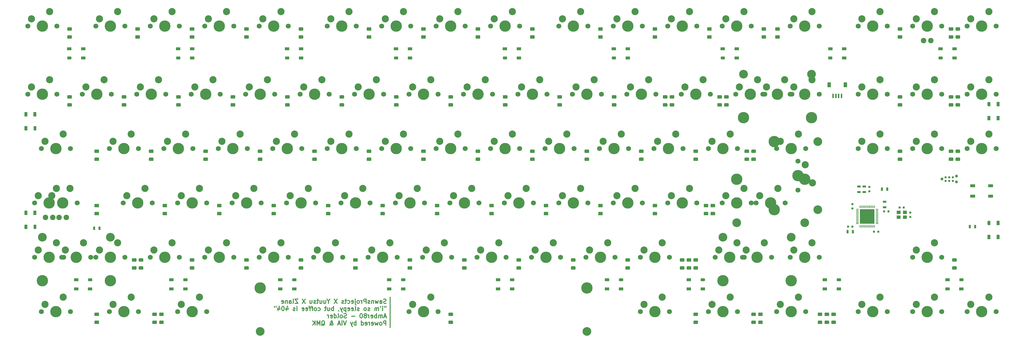
<source format=gbr>
%TF.GenerationSoftware,KiCad,Pcbnew,(5.1.10)-1*%
%TF.CreationDate,2022-04-07T18:11:13+07:00*%
%TF.ProjectId,solder,736f6c64-6572-42e6-9b69-6361645f7063,rev?*%
%TF.SameCoordinates,Original*%
%TF.FileFunction,Soldermask,Bot*%
%TF.FilePolarity,Negative*%
%FSLAX46Y46*%
G04 Gerber Fmt 4.6, Leading zero omitted, Abs format (unit mm)*
G04 Created by KiCad (PCBNEW (5.1.10)-1) date 2022-04-07 18:11:13*
%MOMM*%
%LPD*%
G01*
G04 APERTURE LIST*
%ADD10C,0.300000*%
%ADD11C,1.750000*%
%ADD12C,2.500000*%
%ADD13C,3.987800*%
%ADD14C,0.990600*%
%ADD15C,0.787400*%
%ADD16R,1.800000X1.100000*%
%ADD17R,0.700000X1.300000*%
%ADD18C,1.905000*%
%ADD19R,1.500000X1.000000*%
%ADD20R,1.000000X1.500000*%
%ADD21C,3.048000*%
%ADD22R,1.400000X1.200000*%
%ADD23R,5.150000X5.150000*%
%ADD24R,1.300000X0.700000*%
%ADD25R,0.600000X1.550000*%
%ADD26R,1.200000X1.800000*%
%ADD27R,0.800000X0.750000*%
%ADD28R,0.750000X0.800000*%
G04 APERTURE END LIST*
D10*
X144081302Y-120897390D02*
X143867017Y-120968819D01*
X143509874Y-120968819D01*
X143367017Y-120897390D01*
X143295588Y-120825962D01*
X143224159Y-120683105D01*
X143224159Y-120540248D01*
X143295588Y-120397390D01*
X143367017Y-120325962D01*
X143509874Y-120254533D01*
X143795588Y-120183105D01*
X143938445Y-120111676D01*
X144009874Y-120040248D01*
X144081302Y-119897390D01*
X144081302Y-119754533D01*
X144009874Y-119611676D01*
X143938445Y-119540248D01*
X143795588Y-119468819D01*
X143438445Y-119468819D01*
X143224159Y-119540248D01*
X141938445Y-120968819D02*
X141938445Y-120183105D01*
X142009874Y-120040248D01*
X142152731Y-119968819D01*
X142438445Y-119968819D01*
X142581302Y-120040248D01*
X141938445Y-120897390D02*
X142081302Y-120968819D01*
X142438445Y-120968819D01*
X142581302Y-120897390D01*
X142652731Y-120754533D01*
X142652731Y-120611676D01*
X142581302Y-120468819D01*
X142438445Y-120397390D01*
X142081302Y-120397390D01*
X141938445Y-120325962D01*
X141367017Y-119968819D02*
X141081302Y-120968819D01*
X140795588Y-120254533D01*
X140509874Y-120968819D01*
X140224159Y-119968819D01*
X139652731Y-119968819D02*
X139652731Y-120968819D01*
X139652731Y-120111676D02*
X139581302Y-120040248D01*
X139438445Y-119968819D01*
X139224159Y-119968819D01*
X139081302Y-120040248D01*
X139009874Y-120183105D01*
X139009874Y-120968819D01*
X138367017Y-120897390D02*
X138224159Y-120968819D01*
X137938445Y-120968819D01*
X137795588Y-120897390D01*
X137724159Y-120754533D01*
X137724159Y-120683105D01*
X137795588Y-120540248D01*
X137938445Y-120468819D01*
X138152731Y-120468819D01*
X138295588Y-120397390D01*
X138367017Y-120254533D01*
X138367017Y-120183105D01*
X138295588Y-120040248D01*
X138152731Y-119968819D01*
X137938445Y-119968819D01*
X137795588Y-120040248D01*
X137081302Y-120968819D02*
X137081302Y-119468819D01*
X136509874Y-119468819D01*
X136367017Y-119540248D01*
X136295588Y-119611676D01*
X136224159Y-119754533D01*
X136224159Y-119968819D01*
X136295588Y-120111676D01*
X136367017Y-120183105D01*
X136509874Y-120254533D01*
X137081302Y-120254533D01*
X135581302Y-120968819D02*
X135581302Y-119968819D01*
X135581302Y-120254533D02*
X135509874Y-120111676D01*
X135438445Y-120040248D01*
X135295588Y-119968819D01*
X135152731Y-119968819D01*
X134438445Y-120968819D02*
X134581302Y-120897390D01*
X134652731Y-120825962D01*
X134724159Y-120683105D01*
X134724159Y-120254533D01*
X134652731Y-120111676D01*
X134581302Y-120040248D01*
X134438445Y-119968819D01*
X134224159Y-119968819D01*
X134081302Y-120040248D01*
X134009874Y-120111676D01*
X133938445Y-120254533D01*
X133938445Y-120683105D01*
X134009874Y-120825962D01*
X134081302Y-120897390D01*
X134224159Y-120968819D01*
X134438445Y-120968819D01*
X133295588Y-119968819D02*
X133295588Y-121254533D01*
X133367017Y-121397390D01*
X133509874Y-121468819D01*
X133581302Y-121468819D01*
X133295588Y-119468819D02*
X133367017Y-119540248D01*
X133295588Y-119611676D01*
X133224159Y-119540248D01*
X133295588Y-119468819D01*
X133295588Y-119611676D01*
X132009874Y-120897390D02*
X132152731Y-120968819D01*
X132438445Y-120968819D01*
X132581302Y-120897390D01*
X132652731Y-120754533D01*
X132652731Y-120183105D01*
X132581302Y-120040248D01*
X132438445Y-119968819D01*
X132152731Y-119968819D01*
X132009874Y-120040248D01*
X131938445Y-120183105D01*
X131938445Y-120325962D01*
X132652731Y-120468819D01*
X130652731Y-120897390D02*
X130795588Y-120968819D01*
X131081302Y-120968819D01*
X131224159Y-120897390D01*
X131295588Y-120825962D01*
X131367017Y-120683105D01*
X131367017Y-120254533D01*
X131295588Y-120111676D01*
X131224159Y-120040248D01*
X131081302Y-119968819D01*
X130795588Y-119968819D01*
X130652731Y-120040248D01*
X130224159Y-119968819D02*
X129652731Y-119968819D01*
X130009874Y-119468819D02*
X130009874Y-120754533D01*
X129938445Y-120897390D01*
X129795588Y-120968819D01*
X129652731Y-120968819D01*
X129224159Y-120897390D02*
X129081302Y-120968819D01*
X128795588Y-120968819D01*
X128652731Y-120897390D01*
X128581302Y-120754533D01*
X128581302Y-120683105D01*
X128652731Y-120540248D01*
X128795588Y-120468819D01*
X129009874Y-120468819D01*
X129152731Y-120397390D01*
X129224159Y-120254533D01*
X129224159Y-120183105D01*
X129152731Y-120040248D01*
X129009874Y-119968819D01*
X128795588Y-119968819D01*
X128652731Y-120040248D01*
X126938445Y-119468819D02*
X125938445Y-120968819D01*
X125938445Y-119468819D02*
X126938445Y-120968819D01*
X123938445Y-120254533D02*
X123938445Y-120968819D01*
X124438445Y-119468819D02*
X123938445Y-120254533D01*
X123438445Y-119468819D01*
X122295588Y-119968819D02*
X122295588Y-120968819D01*
X122938445Y-119968819D02*
X122938445Y-120754533D01*
X122867017Y-120897390D01*
X122724159Y-120968819D01*
X122509874Y-120968819D01*
X122367017Y-120897390D01*
X122295588Y-120825962D01*
X120938445Y-119968819D02*
X120938445Y-120968819D01*
X121581302Y-119968819D02*
X121581302Y-120754533D01*
X121509874Y-120897390D01*
X121367017Y-120968819D01*
X121152731Y-120968819D01*
X121009874Y-120897390D01*
X120938445Y-120825962D01*
X120438445Y-119968819D02*
X119867017Y-119968819D01*
X120224159Y-119468819D02*
X120224159Y-120754533D01*
X120152731Y-120897390D01*
X120009874Y-120968819D01*
X119867017Y-120968819D01*
X119438445Y-120897390D02*
X119295588Y-120968819D01*
X119009874Y-120968819D01*
X118867017Y-120897390D01*
X118795588Y-120754533D01*
X118795588Y-120683105D01*
X118867017Y-120540248D01*
X119009874Y-120468819D01*
X119224159Y-120468819D01*
X119367017Y-120397390D01*
X119438445Y-120254533D01*
X119438445Y-120183105D01*
X119367017Y-120040248D01*
X119224159Y-119968819D01*
X119009874Y-119968819D01*
X118867017Y-120040248D01*
X117509874Y-119968819D02*
X117509874Y-120968819D01*
X118152731Y-119968819D02*
X118152731Y-120754533D01*
X118081302Y-120897390D01*
X117938445Y-120968819D01*
X117724159Y-120968819D01*
X117581302Y-120897390D01*
X117509874Y-120825962D01*
X115795588Y-119468819D02*
X114795588Y-120968819D01*
X114795588Y-119468819D02*
X115795588Y-120968819D01*
X113224159Y-119468819D02*
X112224159Y-119468819D01*
X113224159Y-120968819D01*
X112224159Y-120968819D01*
X111438445Y-120968819D02*
X111581302Y-120897390D01*
X111652731Y-120754533D01*
X111652731Y-119468819D01*
X110224159Y-120968819D02*
X110224159Y-120183105D01*
X110295588Y-120040248D01*
X110438445Y-119968819D01*
X110724159Y-119968819D01*
X110867017Y-120040248D01*
X110224159Y-120897390D02*
X110367017Y-120968819D01*
X110724159Y-120968819D01*
X110867017Y-120897390D01*
X110938445Y-120754533D01*
X110938445Y-120611676D01*
X110867017Y-120468819D01*
X110724159Y-120397390D01*
X110367017Y-120397390D01*
X110224159Y-120325962D01*
X109509874Y-119968819D02*
X109509874Y-120968819D01*
X109509874Y-120111676D02*
X109438445Y-120040248D01*
X109295588Y-119968819D01*
X109081302Y-119968819D01*
X108938445Y-120040248D01*
X108867017Y-120183105D01*
X108867017Y-120968819D01*
X107581302Y-120897390D02*
X107724159Y-120968819D01*
X108009874Y-120968819D01*
X108152731Y-120897390D01*
X108224159Y-120754533D01*
X108224159Y-120183105D01*
X108152731Y-120040248D01*
X108009874Y-119968819D01*
X107724159Y-119968819D01*
X107581302Y-120040248D01*
X107509874Y-120183105D01*
X107509874Y-120325962D01*
X108224159Y-120468819D01*
X144081302Y-122018819D02*
X144081302Y-122304533D01*
X143509874Y-122018819D02*
X143509874Y-122304533D01*
X142867017Y-123518819D02*
X142867017Y-122518819D01*
X142867017Y-122018819D02*
X142938445Y-122090248D01*
X142867017Y-122161676D01*
X142795588Y-122090248D01*
X142867017Y-122018819D01*
X142867017Y-122161676D01*
X142081302Y-122018819D02*
X142224159Y-122304533D01*
X141438445Y-123518819D02*
X141438445Y-122518819D01*
X141438445Y-122661676D02*
X141367017Y-122590248D01*
X141224159Y-122518819D01*
X141009874Y-122518819D01*
X140867017Y-122590248D01*
X140795588Y-122733105D01*
X140795588Y-123518819D01*
X140795588Y-122733105D02*
X140724159Y-122590248D01*
X140581302Y-122518819D01*
X140367017Y-122518819D01*
X140224159Y-122590248D01*
X140152731Y-122733105D01*
X140152731Y-123518819D01*
X138367017Y-123447390D02*
X138224159Y-123518819D01*
X137938445Y-123518819D01*
X137795588Y-123447390D01*
X137724159Y-123304533D01*
X137724159Y-123233105D01*
X137795588Y-123090248D01*
X137938445Y-123018819D01*
X138152731Y-123018819D01*
X138295588Y-122947390D01*
X138367017Y-122804533D01*
X138367017Y-122733105D01*
X138295588Y-122590248D01*
X138152731Y-122518819D01*
X137938445Y-122518819D01*
X137795588Y-122590248D01*
X136867017Y-123518819D02*
X137009874Y-123447390D01*
X137081302Y-123375962D01*
X137152731Y-123233105D01*
X137152731Y-122804533D01*
X137081302Y-122661676D01*
X137009874Y-122590248D01*
X136867017Y-122518819D01*
X136652731Y-122518819D01*
X136509874Y-122590248D01*
X136438445Y-122661676D01*
X136367017Y-122804533D01*
X136367017Y-123233105D01*
X136438445Y-123375962D01*
X136509874Y-123447390D01*
X136652731Y-123518819D01*
X136867017Y-123518819D01*
X134652731Y-123447390D02*
X134509874Y-123518819D01*
X134224159Y-123518819D01*
X134081302Y-123447390D01*
X134009874Y-123304533D01*
X134009874Y-123233105D01*
X134081302Y-123090248D01*
X134224159Y-123018819D01*
X134438445Y-123018819D01*
X134581302Y-122947390D01*
X134652731Y-122804533D01*
X134652731Y-122733105D01*
X134581302Y-122590248D01*
X134438445Y-122518819D01*
X134224159Y-122518819D01*
X134081302Y-122590248D01*
X133152731Y-123518819D02*
X133295588Y-123447390D01*
X133367017Y-123304533D01*
X133367017Y-122018819D01*
X132009874Y-123447390D02*
X132152731Y-123518819D01*
X132438445Y-123518819D01*
X132581302Y-123447390D01*
X132652731Y-123304533D01*
X132652731Y-122733105D01*
X132581302Y-122590248D01*
X132438445Y-122518819D01*
X132152731Y-122518819D01*
X132009874Y-122590248D01*
X131938445Y-122733105D01*
X131938445Y-122875962D01*
X132652731Y-123018819D01*
X130724159Y-123447390D02*
X130867017Y-123518819D01*
X131152731Y-123518819D01*
X131295588Y-123447390D01*
X131367017Y-123304533D01*
X131367017Y-122733105D01*
X131295588Y-122590248D01*
X131152731Y-122518819D01*
X130867017Y-122518819D01*
X130724159Y-122590248D01*
X130652731Y-122733105D01*
X130652731Y-122875962D01*
X131367017Y-123018819D01*
X130009874Y-122518819D02*
X130009874Y-124018819D01*
X130009874Y-122590248D02*
X129867017Y-122518819D01*
X129581302Y-122518819D01*
X129438445Y-122590248D01*
X129367017Y-122661676D01*
X129295588Y-122804533D01*
X129295588Y-123233105D01*
X129367017Y-123375962D01*
X129438445Y-123447390D01*
X129581302Y-123518819D01*
X129867017Y-123518819D01*
X130009874Y-123447390D01*
X128795588Y-122518819D02*
X128438445Y-123518819D01*
X128081302Y-122518819D02*
X128438445Y-123518819D01*
X128581302Y-123875962D01*
X128652731Y-123947390D01*
X128795588Y-124018819D01*
X127438445Y-123447390D02*
X127438445Y-123518819D01*
X127509874Y-123661676D01*
X127581302Y-123733105D01*
X125652731Y-123518819D02*
X125652731Y-122018819D01*
X125652731Y-122590248D02*
X125509874Y-122518819D01*
X125224159Y-122518819D01*
X125081302Y-122590248D01*
X125009874Y-122661676D01*
X124938445Y-122804533D01*
X124938445Y-123233105D01*
X125009874Y-123375962D01*
X125081302Y-123447390D01*
X125224159Y-123518819D01*
X125509874Y-123518819D01*
X125652731Y-123447390D01*
X123652731Y-122518819D02*
X123652731Y-123518819D01*
X124295588Y-122518819D02*
X124295588Y-123304533D01*
X124224159Y-123447390D01*
X124081302Y-123518819D01*
X123867017Y-123518819D01*
X123724159Y-123447390D01*
X123652731Y-123375962D01*
X123152731Y-122518819D02*
X122581302Y-122518819D01*
X122938445Y-122018819D02*
X122938445Y-123304533D01*
X122867017Y-123447390D01*
X122724159Y-123518819D01*
X122581302Y-123518819D01*
X120295588Y-123447390D02*
X120438445Y-123518819D01*
X120724159Y-123518819D01*
X120867017Y-123447390D01*
X120938445Y-123375962D01*
X121009874Y-123233105D01*
X121009874Y-122804533D01*
X120938445Y-122661676D01*
X120867017Y-122590248D01*
X120724159Y-122518819D01*
X120438445Y-122518819D01*
X120295588Y-122590248D01*
X119438445Y-123518819D02*
X119581302Y-123447390D01*
X119652731Y-123375962D01*
X119724159Y-123233105D01*
X119724159Y-122804533D01*
X119652731Y-122661676D01*
X119581302Y-122590248D01*
X119438445Y-122518819D01*
X119224159Y-122518819D01*
X119081302Y-122590248D01*
X119009874Y-122661676D01*
X118938445Y-122804533D01*
X118938445Y-123233105D01*
X119009874Y-123375962D01*
X119081302Y-123447390D01*
X119224159Y-123518819D01*
X119438445Y-123518819D01*
X118509874Y-122518819D02*
X117938445Y-122518819D01*
X118295588Y-123518819D02*
X118295588Y-122233105D01*
X118224159Y-122090248D01*
X118081302Y-122018819D01*
X117938445Y-122018819D01*
X117652731Y-122518819D02*
X117081302Y-122518819D01*
X117438445Y-123518819D02*
X117438445Y-122233105D01*
X117367017Y-122090248D01*
X117224159Y-122018819D01*
X117081302Y-122018819D01*
X116009874Y-123447390D02*
X116152731Y-123518819D01*
X116438445Y-123518819D01*
X116581302Y-123447390D01*
X116652731Y-123304533D01*
X116652731Y-122733105D01*
X116581302Y-122590248D01*
X116438445Y-122518819D01*
X116152731Y-122518819D01*
X116009874Y-122590248D01*
X115938445Y-122733105D01*
X115938445Y-122875962D01*
X116652731Y-123018819D01*
X114724159Y-123447390D02*
X114867017Y-123518819D01*
X115152731Y-123518819D01*
X115295588Y-123447390D01*
X115367017Y-123304533D01*
X115367017Y-122733105D01*
X115295588Y-122590248D01*
X115152731Y-122518819D01*
X114867017Y-122518819D01*
X114724159Y-122590248D01*
X114652731Y-122733105D01*
X114652731Y-122875962D01*
X115367017Y-123018819D01*
X112867017Y-123518819D02*
X112867017Y-122518819D01*
X112867017Y-122018819D02*
X112938445Y-122090248D01*
X112867017Y-122161676D01*
X112795588Y-122090248D01*
X112867017Y-122018819D01*
X112867017Y-122161676D01*
X112224159Y-123447390D02*
X112081302Y-123518819D01*
X111795588Y-123518819D01*
X111652731Y-123447390D01*
X111581302Y-123304533D01*
X111581302Y-123233105D01*
X111652731Y-123090248D01*
X111795588Y-123018819D01*
X112009874Y-123018819D01*
X112152731Y-122947390D01*
X112224159Y-122804533D01*
X112224159Y-122733105D01*
X112152731Y-122590248D01*
X112009874Y-122518819D01*
X111795588Y-122518819D01*
X111652731Y-122590248D01*
X109152731Y-122518819D02*
X109152731Y-123518819D01*
X109509874Y-121947390D02*
X109867017Y-123018819D01*
X108938445Y-123018819D01*
X108081302Y-122018819D02*
X107938445Y-122018819D01*
X107795588Y-122090248D01*
X107724159Y-122161676D01*
X107652731Y-122304533D01*
X107581302Y-122590248D01*
X107581302Y-122947390D01*
X107652731Y-123233105D01*
X107724159Y-123375962D01*
X107795588Y-123447390D01*
X107938445Y-123518819D01*
X108081302Y-123518819D01*
X108224159Y-123447390D01*
X108295588Y-123375962D01*
X108367017Y-123233105D01*
X108438445Y-122947390D01*
X108438445Y-122590248D01*
X108367017Y-122304533D01*
X108295588Y-122161676D01*
X108224159Y-122090248D01*
X108081302Y-122018819D01*
X106295588Y-122518819D02*
X106295588Y-123518819D01*
X106652731Y-121947390D02*
X107009874Y-123018819D01*
X106081302Y-123018819D01*
X105581302Y-122018819D02*
X105581302Y-122304533D01*
X105009874Y-122018819D02*
X105009874Y-122304533D01*
X144081302Y-125640248D02*
X143367017Y-125640248D01*
X144224159Y-126068819D02*
X143724159Y-124568819D01*
X143224159Y-126068819D01*
X142724159Y-126068819D02*
X142724159Y-125068819D01*
X142724159Y-125211676D02*
X142652731Y-125140248D01*
X142509874Y-125068819D01*
X142295588Y-125068819D01*
X142152731Y-125140248D01*
X142081302Y-125283105D01*
X142081302Y-126068819D01*
X142081302Y-125283105D02*
X142009874Y-125140248D01*
X141867017Y-125068819D01*
X141652731Y-125068819D01*
X141509874Y-125140248D01*
X141438445Y-125283105D01*
X141438445Y-126068819D01*
X140724159Y-126068819D02*
X140724159Y-124568819D01*
X140724159Y-125140248D02*
X140581302Y-125068819D01*
X140295588Y-125068819D01*
X140152731Y-125140248D01*
X140081302Y-125211676D01*
X140009874Y-125354533D01*
X140009874Y-125783105D01*
X140081302Y-125925962D01*
X140152731Y-125997390D01*
X140295588Y-126068819D01*
X140581302Y-126068819D01*
X140724159Y-125997390D01*
X138795588Y-125997390D02*
X138938445Y-126068819D01*
X139224159Y-126068819D01*
X139367017Y-125997390D01*
X139438445Y-125854533D01*
X139438445Y-125283105D01*
X139367017Y-125140248D01*
X139224159Y-125068819D01*
X138938445Y-125068819D01*
X138795588Y-125140248D01*
X138724159Y-125283105D01*
X138724159Y-125425962D01*
X139438445Y-125568819D01*
X138081302Y-126068819D02*
X138081302Y-125068819D01*
X138081302Y-125354533D02*
X138009874Y-125211676D01*
X137938445Y-125140248D01*
X137795588Y-125068819D01*
X137652731Y-125068819D01*
X136938445Y-125211676D02*
X137081302Y-125140248D01*
X137152731Y-125068819D01*
X137224159Y-124925962D01*
X137224159Y-124854533D01*
X137152731Y-124711676D01*
X137081302Y-124640248D01*
X136938445Y-124568819D01*
X136652731Y-124568819D01*
X136509874Y-124640248D01*
X136438445Y-124711676D01*
X136367017Y-124854533D01*
X136367017Y-124925962D01*
X136438445Y-125068819D01*
X136509874Y-125140248D01*
X136652731Y-125211676D01*
X136938445Y-125211676D01*
X137081302Y-125283105D01*
X137152731Y-125354533D01*
X137224159Y-125497390D01*
X137224159Y-125783105D01*
X137152731Y-125925962D01*
X137081302Y-125997390D01*
X136938445Y-126068819D01*
X136652731Y-126068819D01*
X136509874Y-125997390D01*
X136438445Y-125925962D01*
X136367017Y-125783105D01*
X136367017Y-125497390D01*
X136438445Y-125354533D01*
X136509874Y-125283105D01*
X136652731Y-125211676D01*
X135438445Y-124568819D02*
X135295588Y-124568819D01*
X135152731Y-124640248D01*
X135081302Y-124711676D01*
X135009874Y-124854533D01*
X134938445Y-125140248D01*
X134938445Y-125497390D01*
X135009874Y-125783105D01*
X135081302Y-125925962D01*
X135152731Y-125997390D01*
X135295588Y-126068819D01*
X135438445Y-126068819D01*
X135581302Y-125997390D01*
X135652731Y-125925962D01*
X135724159Y-125783105D01*
X135795588Y-125497390D01*
X135795588Y-125140248D01*
X135724159Y-124854533D01*
X135652731Y-124711676D01*
X135581302Y-124640248D01*
X135438445Y-124568819D01*
X133152731Y-125497390D02*
X132009874Y-125497390D01*
X130224159Y-125997390D02*
X130009874Y-126068819D01*
X129652731Y-126068819D01*
X129509874Y-125997390D01*
X129438445Y-125925962D01*
X129367017Y-125783105D01*
X129367017Y-125640248D01*
X129438445Y-125497390D01*
X129509874Y-125425962D01*
X129652731Y-125354533D01*
X129938445Y-125283105D01*
X130081302Y-125211676D01*
X130152731Y-125140248D01*
X130224159Y-124997390D01*
X130224159Y-124854533D01*
X130152731Y-124711676D01*
X130081302Y-124640248D01*
X129938445Y-124568819D01*
X129581302Y-124568819D01*
X129367017Y-124640248D01*
X128509874Y-126068819D02*
X128652731Y-125997390D01*
X128724159Y-125925962D01*
X128795588Y-125783105D01*
X128795588Y-125354533D01*
X128724159Y-125211676D01*
X128652731Y-125140248D01*
X128509874Y-125068819D01*
X128295588Y-125068819D01*
X128152731Y-125140248D01*
X128081302Y-125211676D01*
X128009874Y-125354533D01*
X128009874Y-125783105D01*
X128081302Y-125925962D01*
X128152731Y-125997390D01*
X128295588Y-126068819D01*
X128509874Y-126068819D01*
X127152731Y-126068819D02*
X127295588Y-125997390D01*
X127367017Y-125854533D01*
X127367017Y-124568819D01*
X125938445Y-126068819D02*
X125938445Y-124568819D01*
X125938445Y-125997390D02*
X126081302Y-126068819D01*
X126367017Y-126068819D01*
X126509874Y-125997390D01*
X126581302Y-125925962D01*
X126652731Y-125783105D01*
X126652731Y-125354533D01*
X126581302Y-125211676D01*
X126509874Y-125140248D01*
X126367017Y-125068819D01*
X126081302Y-125068819D01*
X125938445Y-125140248D01*
X124652731Y-125997390D02*
X124795588Y-126068819D01*
X125081302Y-126068819D01*
X125224159Y-125997390D01*
X125295588Y-125854533D01*
X125295588Y-125283105D01*
X125224159Y-125140248D01*
X125081302Y-125068819D01*
X124795588Y-125068819D01*
X124652731Y-125140248D01*
X124581302Y-125283105D01*
X124581302Y-125425962D01*
X125295588Y-125568819D01*
X123938445Y-126068819D02*
X123938445Y-125068819D01*
X123938445Y-125354533D02*
X123867017Y-125211676D01*
X123795588Y-125140248D01*
X123652731Y-125068819D01*
X123509874Y-125068819D01*
X144009874Y-128618819D02*
X144009874Y-127118819D01*
X143438445Y-127118819D01*
X143295588Y-127190248D01*
X143224159Y-127261676D01*
X143152731Y-127404533D01*
X143152731Y-127618819D01*
X143224159Y-127761676D01*
X143295588Y-127833105D01*
X143438445Y-127904533D01*
X144009874Y-127904533D01*
X142295588Y-128618819D02*
X142438445Y-128547390D01*
X142509874Y-128475962D01*
X142581302Y-128333105D01*
X142581302Y-127904533D01*
X142509874Y-127761676D01*
X142438445Y-127690248D01*
X142295588Y-127618819D01*
X142081302Y-127618819D01*
X141938445Y-127690248D01*
X141867017Y-127761676D01*
X141795588Y-127904533D01*
X141795588Y-128333105D01*
X141867017Y-128475962D01*
X141938445Y-128547390D01*
X142081302Y-128618819D01*
X142295588Y-128618819D01*
X141295588Y-127618819D02*
X141009874Y-128618819D01*
X140724159Y-127904533D01*
X140438445Y-128618819D01*
X140152731Y-127618819D01*
X139009874Y-128547390D02*
X139152731Y-128618819D01*
X139438445Y-128618819D01*
X139581302Y-128547390D01*
X139652731Y-128404533D01*
X139652731Y-127833105D01*
X139581302Y-127690248D01*
X139438445Y-127618819D01*
X139152731Y-127618819D01*
X139009874Y-127690248D01*
X138938445Y-127833105D01*
X138938445Y-127975962D01*
X139652731Y-128118819D01*
X138295588Y-128618819D02*
X138295588Y-127618819D01*
X138295588Y-127904533D02*
X138224159Y-127761676D01*
X138152731Y-127690248D01*
X138009874Y-127618819D01*
X137867017Y-127618819D01*
X136795588Y-128547390D02*
X136938445Y-128618819D01*
X137224159Y-128618819D01*
X137367017Y-128547390D01*
X137438445Y-128404533D01*
X137438445Y-127833105D01*
X137367017Y-127690248D01*
X137224159Y-127618819D01*
X136938445Y-127618819D01*
X136795588Y-127690248D01*
X136724159Y-127833105D01*
X136724159Y-127975962D01*
X137438445Y-128118819D01*
X135438445Y-128618819D02*
X135438445Y-127118819D01*
X135438445Y-128547390D02*
X135581302Y-128618819D01*
X135867017Y-128618819D01*
X136009874Y-128547390D01*
X136081302Y-128475962D01*
X136152731Y-128333105D01*
X136152731Y-127904533D01*
X136081302Y-127761676D01*
X136009874Y-127690248D01*
X135867017Y-127618819D01*
X135581302Y-127618819D01*
X135438445Y-127690248D01*
X133581302Y-128618819D02*
X133581302Y-127118819D01*
X133581302Y-127690248D02*
X133438445Y-127618819D01*
X133152731Y-127618819D01*
X133009874Y-127690248D01*
X132938445Y-127761676D01*
X132867017Y-127904533D01*
X132867017Y-128333105D01*
X132938445Y-128475962D01*
X133009874Y-128547390D01*
X133152731Y-128618819D01*
X133438445Y-128618819D01*
X133581302Y-128547390D01*
X132367017Y-127618819D02*
X132009874Y-128618819D01*
X131652731Y-127618819D02*
X132009874Y-128618819D01*
X132152731Y-128975962D01*
X132224159Y-129047390D01*
X132367017Y-129118819D01*
X130152731Y-127118819D02*
X129652731Y-128618819D01*
X129152731Y-127118819D01*
X128652731Y-128618819D02*
X128652731Y-127118819D01*
X128009874Y-128190248D02*
X127295588Y-128190248D01*
X128152731Y-128618819D02*
X127652731Y-127118819D01*
X127152731Y-128618819D01*
X124295588Y-128618819D02*
X124367017Y-128618819D01*
X124509874Y-128547390D01*
X124724159Y-128333105D01*
X125081302Y-127904533D01*
X125224159Y-127690248D01*
X125295588Y-127475962D01*
X125295588Y-127333105D01*
X125224159Y-127190248D01*
X125081302Y-127118819D01*
X125009874Y-127118819D01*
X124867017Y-127190248D01*
X124795588Y-127333105D01*
X124795588Y-127404533D01*
X124867017Y-127547390D01*
X124938445Y-127618819D01*
X125367017Y-127904533D01*
X125438445Y-127975962D01*
X125509874Y-128118819D01*
X125509874Y-128333105D01*
X125438445Y-128475962D01*
X125367017Y-128547390D01*
X125224159Y-128618819D01*
X125009874Y-128618819D01*
X124867017Y-128547390D01*
X124795588Y-128475962D01*
X124581302Y-128190248D01*
X124509874Y-127975962D01*
X124509874Y-127833105D01*
X121509874Y-128761676D02*
X121652731Y-128690248D01*
X121795588Y-128547390D01*
X122009874Y-128333105D01*
X122152731Y-128261676D01*
X122295588Y-128261676D01*
X122224159Y-128618819D02*
X122367017Y-128547390D01*
X122509874Y-128404533D01*
X122581302Y-128118819D01*
X122581302Y-127618819D01*
X122509874Y-127333105D01*
X122367017Y-127190248D01*
X122224159Y-127118819D01*
X121938445Y-127118819D01*
X121795588Y-127190248D01*
X121652731Y-127333105D01*
X121581302Y-127618819D01*
X121581302Y-128118819D01*
X121652731Y-128404533D01*
X121795588Y-128547390D01*
X121938445Y-128618819D01*
X122224159Y-128618819D01*
X120938445Y-128618819D02*
X120938445Y-127118819D01*
X120438445Y-128190248D01*
X119938445Y-127118819D01*
X119938445Y-128618819D01*
X119224159Y-128618819D02*
X119224159Y-127118819D01*
X118367017Y-128618819D02*
X119009874Y-127761676D01*
X118367017Y-127118819D02*
X119224159Y-127975962D01*
X145530779Y-118757422D02*
X145530779Y-129473074D01*
D11*
%TO.C,MX90*%
X338455000Y-66675000D03*
D12*
X329565000Y-64135000D03*
D11*
X328295000Y-66675000D03*
D13*
X333375000Y-66675000D03*
D12*
X335915000Y-61595000D03*
%TD*%
D11*
%TO.C,MX17*%
X76517500Y-66675000D03*
D12*
X67627500Y-64135000D03*
D11*
X66357500Y-66675000D03*
D13*
X71437500Y-66675000D03*
D12*
X73977500Y-61595000D03*
%TD*%
D14*
%TO.C,U1*%
X343654349Y-78406690D03*
X343654349Y-76374690D03*
X338574349Y-77390690D03*
D15*
X339844349Y-76755690D03*
X339844349Y-78025690D03*
X341114349Y-76755690D03*
X341114349Y-78025690D03*
X342384349Y-76755690D03*
X342384349Y-78025690D03*
%TD*%
D16*
%TO.C,SW1*%
X349325296Y-79707881D03*
X355525296Y-83407881D03*
X349325296Y-83407881D03*
X355525296Y-79707881D03*
%TD*%
D17*
%TO.C,R3*%
X41912536Y-94654767D03*
X43812536Y-94654767D03*
%TD*%
D18*
%TO.C,LED3*%
X29686250Y-90805000D03*
X32226250Y-90805000D03*
%TD*%
%TO.C,LED2*%
X27463772Y-90805072D03*
X24923772Y-90805072D03*
%TD*%
D17*
%TO.C,R2*%
X319442455Y-80962568D03*
X317542455Y-80962568D03*
%TD*%
D18*
%TO.C,LED1*%
X332105000Y-28892500D03*
X334645000Y-28892500D03*
%TD*%
D19*
%TO.C,RGB22*%
X68987656Y-115900096D03*
X68987656Y-112700096D03*
X73887656Y-115900096D03*
G36*
G01*
X73137656Y-112950096D02*
X73137656Y-112450096D01*
G75*
G02*
X73387656Y-112200096I250000J0D01*
G01*
X74387656Y-112200096D01*
G75*
G02*
X74637656Y-112450096I0J-250000D01*
G01*
X74637656Y-112950096D01*
G75*
G02*
X74387656Y-113200096I-250000J0D01*
G01*
X73387656Y-113200096D01*
G75*
G02*
X73137656Y-112950096I0J250000D01*
G01*
G37*
%TD*%
%TO.C,RGB21*%
X107087656Y-115900096D03*
X107087656Y-112700096D03*
X111987656Y-115900096D03*
G36*
G01*
X111237656Y-112950096D02*
X111237656Y-112450096D01*
G75*
G02*
X111487656Y-112200096I250000J0D01*
G01*
X112487656Y-112200096D01*
G75*
G02*
X112737656Y-112450096I0J-250000D01*
G01*
X112737656Y-112950096D01*
G75*
G02*
X112487656Y-113200096I-250000J0D01*
G01*
X111487656Y-113200096D01*
G75*
G02*
X111237656Y-112950096I0J250000D01*
G01*
G37*
%TD*%
%TO.C,RGB20*%
X145187656Y-115900096D03*
X145187656Y-112700096D03*
X150087656Y-115900096D03*
G36*
G01*
X149337656Y-112950096D02*
X149337656Y-112450096D01*
G75*
G02*
X149587656Y-112200096I250000J0D01*
G01*
X150587656Y-112200096D01*
G75*
G02*
X150837656Y-112450096I0J-250000D01*
G01*
X150837656Y-112950096D01*
G75*
G02*
X150587656Y-113200096I-250000J0D01*
G01*
X149587656Y-113200096D01*
G75*
G02*
X149337656Y-112950096I0J250000D01*
G01*
G37*
%TD*%
%TO.C,RGB19*%
X183287656Y-115900096D03*
X183287656Y-112700096D03*
X188187656Y-115900096D03*
G36*
G01*
X187437656Y-112950096D02*
X187437656Y-112450096D01*
G75*
G02*
X187687656Y-112200096I250000J0D01*
G01*
X188687656Y-112200096D01*
G75*
G02*
X188937656Y-112450096I0J-250000D01*
G01*
X188937656Y-112950096D01*
G75*
G02*
X188687656Y-113200096I-250000J0D01*
G01*
X187687656Y-113200096D01*
G75*
G02*
X187437656Y-112950096I0J250000D01*
G01*
G37*
%TD*%
%TO.C,RGB18*%
X221387688Y-115900096D03*
X221387688Y-112700096D03*
X226287688Y-115900096D03*
G36*
G01*
X225537688Y-112950096D02*
X225537688Y-112450096D01*
G75*
G02*
X225787688Y-112200096I250000J0D01*
G01*
X226787688Y-112200096D01*
G75*
G02*
X227037688Y-112450096I0J-250000D01*
G01*
X227037688Y-112950096D01*
G75*
G02*
X226787688Y-113200096I-250000J0D01*
G01*
X225787688Y-113200096D01*
G75*
G02*
X225537688Y-112950096I0J250000D01*
G01*
G37*
%TD*%
%TO.C,RGB17*%
X249962712Y-115900096D03*
X249962712Y-112700096D03*
X254862712Y-115900096D03*
G36*
G01*
X254112712Y-112950096D02*
X254112712Y-112450096D01*
G75*
G02*
X254362712Y-112200096I250000J0D01*
G01*
X255362712Y-112200096D01*
G75*
G02*
X255612712Y-112450096I0J-250000D01*
G01*
X255612712Y-112950096D01*
G75*
G02*
X255362712Y-113200096I-250000J0D01*
G01*
X254362712Y-113200096D01*
G75*
G02*
X254112712Y-112950096I0J250000D01*
G01*
G37*
%TD*%
%TO.C,RGB16*%
X297587752Y-115900096D03*
X297587752Y-112700096D03*
X302487752Y-115900096D03*
G36*
G01*
X301737752Y-112950096D02*
X301737752Y-112450096D01*
G75*
G02*
X301987752Y-112200096I250000J0D01*
G01*
X302987752Y-112200096D01*
G75*
G02*
X303237752Y-112450096I0J-250000D01*
G01*
X303237752Y-112950096D01*
G75*
G02*
X302987752Y-113200096I-250000J0D01*
G01*
X301987752Y-113200096D01*
G75*
G02*
X301737752Y-112950096I0J250000D01*
G01*
G37*
%TD*%
%TO.C,RGB15*%
X340450288Y-115900096D03*
X340450288Y-112700096D03*
X345350288Y-115900096D03*
G36*
G01*
X344600288Y-112950096D02*
X344600288Y-112450096D01*
G75*
G02*
X344850288Y-112200096I250000J0D01*
G01*
X345850288Y-112200096D01*
G75*
G02*
X346100288Y-112450096I0J-250000D01*
G01*
X346100288Y-112950096D01*
G75*
G02*
X345850288Y-113200096I-250000J0D01*
G01*
X344850288Y-113200096D01*
G75*
G02*
X344600288Y-112950096I0J250000D01*
G01*
G37*
%TD*%
D20*
%TO.C,RGB14*%
X358192487Y-97700080D03*
X354992487Y-97700080D03*
X358192487Y-92800080D03*
G36*
G01*
X355242487Y-93550080D02*
X354742487Y-93550080D01*
G75*
G02*
X354492487Y-93300080I0J250000D01*
G01*
X354492487Y-92300080D01*
G75*
G02*
X354742487Y-92050080I250000J0D01*
G01*
X355242487Y-92050080D01*
G75*
G02*
X355492487Y-92300080I0J-250000D01*
G01*
X355492487Y-93300080D01*
G75*
G02*
X355242487Y-93550080I-250000J0D01*
G01*
G37*
%TD*%
D19*
%TO.C,RGB13*%
X35650032Y-115900096D03*
X35650032Y-112700096D03*
X40550032Y-115900096D03*
G36*
G01*
X39800032Y-112950096D02*
X39800032Y-112450096D01*
G75*
G02*
X40050032Y-112200096I250000J0D01*
G01*
X41050032Y-112200096D01*
G75*
G02*
X41300032Y-112450096I0J-250000D01*
G01*
X41300032Y-112950096D01*
G75*
G02*
X41050032Y-113200096I-250000J0D01*
G01*
X40050032Y-113200096D01*
G75*
G02*
X39800032Y-112950096I0J250000D01*
G01*
G37*
%TD*%
D20*
%TO.C,RGB12*%
X18045329Y-89228202D03*
X21245329Y-89228202D03*
X18045329Y-94128202D03*
G36*
G01*
X20995329Y-93378202D02*
X21495329Y-93378202D01*
G75*
G02*
X21745329Y-93628202I0J-250000D01*
G01*
X21745329Y-94628202D01*
G75*
G02*
X21495329Y-94878202I-250000J0D01*
G01*
X20995329Y-94878202D01*
G75*
G02*
X20745329Y-94628202I0J250000D01*
G01*
X20745329Y-93628202D01*
G75*
G02*
X20995329Y-93378202I250000J0D01*
G01*
G37*
%TD*%
%TO.C,RGB11*%
X18045329Y-54700048D03*
X21245329Y-54700048D03*
X18045329Y-59600048D03*
G36*
G01*
X20995329Y-58850048D02*
X21495329Y-58850048D01*
G75*
G02*
X21745329Y-59100048I0J-250000D01*
G01*
X21745329Y-60100048D01*
G75*
G02*
X21495329Y-60350048I-250000J0D01*
G01*
X20995329Y-60350048D01*
G75*
G02*
X20745329Y-60100048I0J250000D01*
G01*
X20745329Y-59100048D01*
G75*
G02*
X20995329Y-58850048I250000J0D01*
G01*
G37*
%TD*%
D19*
%TO.C,RGB10*%
X38168780Y-31737528D03*
X38168780Y-34937528D03*
X33268780Y-31737528D03*
G36*
G01*
X34018780Y-34687528D02*
X34018780Y-35187528D01*
G75*
G02*
X33768780Y-35437528I-250000J0D01*
G01*
X32768780Y-35437528D01*
G75*
G02*
X32518780Y-35187528I0J250000D01*
G01*
X32518780Y-34687528D01*
G75*
G02*
X32768780Y-34437528I250000J0D01*
G01*
X33768780Y-34437528D01*
G75*
G02*
X34018780Y-34687528I0J-250000D01*
G01*
G37*
%TD*%
%TO.C,RGB9*%
X76268780Y-31737528D03*
X76268780Y-34937528D03*
X71368780Y-31737528D03*
G36*
G01*
X72118780Y-34687528D02*
X72118780Y-35187528D01*
G75*
G02*
X71868780Y-35437528I-250000J0D01*
G01*
X70868780Y-35437528D01*
G75*
G02*
X70618780Y-35187528I0J250000D01*
G01*
X70618780Y-34687528D01*
G75*
G02*
X70868780Y-34437528I250000J0D01*
G01*
X71868780Y-34437528D01*
G75*
G02*
X72118780Y-34687528I0J-250000D01*
G01*
G37*
%TD*%
%TO.C,RGB8*%
X114368780Y-31737528D03*
X114368780Y-34937528D03*
X109468780Y-31737528D03*
G36*
G01*
X110218780Y-34687528D02*
X110218780Y-35187528D01*
G75*
G02*
X109968780Y-35437528I-250000J0D01*
G01*
X108968780Y-35437528D01*
G75*
G02*
X108718780Y-35187528I0J250000D01*
G01*
X108718780Y-34687528D01*
G75*
G02*
X108968780Y-34437528I250000J0D01*
G01*
X109968780Y-34437528D01*
G75*
G02*
X110218780Y-34687528I0J-250000D01*
G01*
G37*
%TD*%
%TO.C,RGB7*%
X152468780Y-31737528D03*
X152468780Y-34937528D03*
X147568780Y-31737528D03*
G36*
G01*
X148318780Y-34687528D02*
X148318780Y-35187528D01*
G75*
G02*
X148068780Y-35437528I-250000J0D01*
G01*
X147068780Y-35437528D01*
G75*
G02*
X146818780Y-35187528I0J250000D01*
G01*
X146818780Y-34687528D01*
G75*
G02*
X147068780Y-34437528I250000J0D01*
G01*
X148068780Y-34437528D01*
G75*
G02*
X148318780Y-34687528I0J-250000D01*
G01*
G37*
%TD*%
%TO.C,RGB6*%
X190568780Y-31737528D03*
X190568780Y-34937528D03*
X185668780Y-31737528D03*
G36*
G01*
X186418780Y-34687528D02*
X186418780Y-35187528D01*
G75*
G02*
X186168780Y-35437528I-250000J0D01*
G01*
X185168780Y-35437528D01*
G75*
G02*
X184918780Y-35187528I0J250000D01*
G01*
X184918780Y-34687528D01*
G75*
G02*
X185168780Y-34437528I250000J0D01*
G01*
X186168780Y-34437528D01*
G75*
G02*
X186418780Y-34687528I0J-250000D01*
G01*
G37*
%TD*%
%TO.C,RGB5*%
X228668780Y-31737528D03*
X228668780Y-34937528D03*
X223768780Y-31737528D03*
G36*
G01*
X224518780Y-34687528D02*
X224518780Y-35187528D01*
G75*
G02*
X224268780Y-35437528I-250000J0D01*
G01*
X223268780Y-35437528D01*
G75*
G02*
X223018780Y-35187528I0J250000D01*
G01*
X223018780Y-34687528D01*
G75*
G02*
X223268780Y-34437528I250000J0D01*
G01*
X224268780Y-34437528D01*
G75*
G02*
X224518780Y-34687528I0J-250000D01*
G01*
G37*
%TD*%
%TO.C,RGB4*%
X266768780Y-31737528D03*
X266768780Y-34937528D03*
X261868780Y-31737528D03*
G36*
G01*
X262618780Y-34687528D02*
X262618780Y-35187528D01*
G75*
G02*
X262368780Y-35437528I-250000J0D01*
G01*
X261368780Y-35437528D01*
G75*
G02*
X261118780Y-35187528I0J250000D01*
G01*
X261118780Y-34687528D01*
G75*
G02*
X261368780Y-34437528I250000J0D01*
G01*
X262368780Y-34437528D01*
G75*
G02*
X262618780Y-34687528I0J-250000D01*
G01*
G37*
%TD*%
%TO.C,RGB3*%
X304368780Y-31737528D03*
X304368780Y-34937528D03*
X299468780Y-31737528D03*
G36*
G01*
X300218780Y-34687528D02*
X300218780Y-35187528D01*
G75*
G02*
X299968780Y-35437528I-250000J0D01*
G01*
X298968780Y-35437528D01*
G75*
G02*
X298718780Y-35187528I0J250000D01*
G01*
X298718780Y-34687528D01*
G75*
G02*
X298968780Y-34437528I250000J0D01*
G01*
X299968780Y-34437528D01*
G75*
G02*
X300218780Y-34687528I0J-250000D01*
G01*
G37*
%TD*%
%TO.C,RGB2*%
X342968780Y-31737528D03*
X342968780Y-34937528D03*
X338068780Y-31737528D03*
G36*
G01*
X338818780Y-34687528D02*
X338818780Y-35187528D01*
G75*
G02*
X338568780Y-35437528I-250000J0D01*
G01*
X337568780Y-35437528D01*
G75*
G02*
X337318780Y-35187528I0J250000D01*
G01*
X337318780Y-34687528D01*
G75*
G02*
X337568780Y-34437528I250000J0D01*
G01*
X338568780Y-34437528D01*
G75*
G02*
X338818780Y-34687528I0J-250000D01*
G01*
G37*
%TD*%
%TO.C,RGB1*%
G36*
G01*
X355242487Y-51878170D02*
X354742487Y-51878170D01*
G75*
G02*
X354492487Y-51628170I0J250000D01*
G01*
X354492487Y-50628170D01*
G75*
G02*
X354742487Y-50378170I250000J0D01*
G01*
X355242487Y-50378170D01*
G75*
G02*
X355492487Y-50628170I0J-250000D01*
G01*
X355492487Y-51628170D01*
G75*
G02*
X355242487Y-51878170I-250000J0D01*
G01*
G37*
D20*
X358192487Y-51128170D03*
X354992487Y-56028170D03*
X358192487Y-56028170D03*
%TD*%
D13*
%TO.C,MX77*%
X278606250Y-85725000D03*
D12*
X281146250Y-80645000D03*
D11*
X273526250Y-85725000D03*
X283686250Y-85725000D03*
D12*
X274796250Y-83185000D03*
D21*
X266700000Y-92710000D03*
X290512500Y-92710000D03*
D13*
X266700000Y-77470000D03*
X290512500Y-77470000D03*
%TD*%
%TO.C,MX46*%
X157162500Y-123825000D03*
D12*
X159702500Y-118745000D03*
D11*
X152082500Y-123825000D03*
X162242500Y-123825000D03*
D12*
X153352500Y-121285000D03*
D21*
X100012500Y-130810000D03*
X214312500Y-130810000D03*
D13*
X100012500Y-115570000D03*
X214312500Y-115570000D03*
%TD*%
D17*
%TO.C,R1*%
X350158105Y-94059454D03*
X348258105Y-94059454D03*
%TD*%
D11*
%TO.C,MX93*%
X357505000Y-23812500D03*
D12*
X348615000Y-21272500D03*
D11*
X347345000Y-23812500D03*
D13*
X352425000Y-23812500D03*
D12*
X354965000Y-18732500D03*
%TD*%
D11*
%TO.C,MX96*%
X357505000Y-123825000D03*
D12*
X348615000Y-121285000D03*
D11*
X347345000Y-123825000D03*
D13*
X352425000Y-123825000D03*
D12*
X354965000Y-118745000D03*
%TD*%
%TO.C,MX81*%
X293211492Y-78740064D03*
D13*
X288131492Y-76200064D03*
D12*
X290671492Y-72390064D03*
D11*
X288131492Y-71120064D03*
X288131492Y-81280064D03*
D21*
X295116492Y-88138064D03*
X295116492Y-64262064D03*
D13*
X279876492Y-88138064D03*
X279876492Y-64262064D03*
%TD*%
D11*
%TO.C,MX76*%
X271780224Y-85725072D03*
D12*
X262890224Y-83185072D03*
D11*
X261620224Y-85725072D03*
D13*
X266700224Y-85725072D03*
D12*
X269240224Y-80645072D03*
%TD*%
D11*
%TO.C,MX4*%
X31273772Y-85725072D03*
D12*
X22383772Y-83185072D03*
D11*
X21113772Y-85725072D03*
D13*
X26193772Y-85725072D03*
D12*
X28733772Y-80645072D03*
%TD*%
%TO.C,D90*%
G36*
G01*
X298811813Y-128206356D02*
X297691813Y-128206356D01*
G75*
G02*
X297451813Y-127966356I0J240000D01*
G01*
X297451813Y-127246356D01*
G75*
G02*
X297691813Y-127006356I240000J0D01*
G01*
X298811813Y-127006356D01*
G75*
G02*
X299051813Y-127246356I0J-240000D01*
G01*
X299051813Y-127966356D01*
G75*
G02*
X298811813Y-128206356I-240000J0D01*
G01*
G37*
G36*
G01*
X298811813Y-125406356D02*
X297691813Y-125406356D01*
G75*
G02*
X297451813Y-125166356I0J240000D01*
G01*
X297451813Y-124446356D01*
G75*
G02*
X297691813Y-124206356I240000J0D01*
G01*
X298811813Y-124206356D01*
G75*
G02*
X299051813Y-124446356I0J-240000D01*
G01*
X299051813Y-125166356D01*
G75*
G02*
X298811813Y-125406356I-240000J0D01*
G01*
G37*
%TD*%
%TO.C,D89*%
G36*
G01*
X344650914Y-71056308D02*
X343530914Y-71056308D01*
G75*
G02*
X343290914Y-70816308I0J240000D01*
G01*
X343290914Y-70096308D01*
G75*
G02*
X343530914Y-69856308I240000J0D01*
G01*
X344650914Y-69856308D01*
G75*
G02*
X344890914Y-70096308I0J-240000D01*
G01*
X344890914Y-70816308D01*
G75*
G02*
X344650914Y-71056308I-240000J0D01*
G01*
G37*
G36*
G01*
X344650914Y-68256308D02*
X343530914Y-68256308D01*
G75*
G02*
X343290914Y-68016308I0J240000D01*
G01*
X343290914Y-67296308D01*
G75*
G02*
X343530914Y-67056308I240000J0D01*
G01*
X344650914Y-67056308D01*
G75*
G02*
X344890914Y-67296308I0J-240000D01*
G01*
X344890914Y-68016308D01*
G75*
G02*
X344650914Y-68256308I-240000J0D01*
G01*
G37*
%TD*%
%TO.C,D88*%
G36*
G01*
X344650914Y-52006292D02*
X343530914Y-52006292D01*
G75*
G02*
X343290914Y-51766292I0J240000D01*
G01*
X343290914Y-51046292D01*
G75*
G02*
X343530914Y-50806292I240000J0D01*
G01*
X344650914Y-50806292D01*
G75*
G02*
X344890914Y-51046292I0J-240000D01*
G01*
X344890914Y-51766292D01*
G75*
G02*
X344650914Y-52006292I-240000J0D01*
G01*
G37*
G36*
G01*
X344650914Y-49206292D02*
X343530914Y-49206292D01*
G75*
G02*
X343290914Y-48966292I0J240000D01*
G01*
X343290914Y-48246292D01*
G75*
G02*
X343530914Y-48006292I240000J0D01*
G01*
X344650914Y-48006292D01*
G75*
G02*
X344890914Y-48246292I0J-240000D01*
G01*
X344890914Y-48966292D01*
G75*
G02*
X344650914Y-49206292I-240000J0D01*
G01*
G37*
%TD*%
%TO.C,D87*%
G36*
G01*
X344650625Y-28193750D02*
X343530625Y-28193750D01*
G75*
G02*
X343290625Y-27953750I0J240000D01*
G01*
X343290625Y-27233750D01*
G75*
G02*
X343530625Y-26993750I240000J0D01*
G01*
X344650625Y-26993750D01*
G75*
G02*
X344890625Y-27233750I0J-240000D01*
G01*
X344890625Y-27953750D01*
G75*
G02*
X344650625Y-28193750I-240000J0D01*
G01*
G37*
G36*
G01*
X344650625Y-25393750D02*
X343530625Y-25393750D01*
G75*
G02*
X343290625Y-25153750I0J240000D01*
G01*
X343290625Y-24433750D01*
G75*
G02*
X343530625Y-24193750I240000J0D01*
G01*
X344650625Y-24193750D01*
G75*
G02*
X344890625Y-24433750I0J-240000D01*
G01*
X344890625Y-25153750D01*
G75*
G02*
X344650625Y-25393750I-240000J0D01*
G01*
G37*
%TD*%
%TO.C,D86*%
G36*
G01*
X301193065Y-128206356D02*
X300073065Y-128206356D01*
G75*
G02*
X299833065Y-127966356I0J240000D01*
G01*
X299833065Y-127246356D01*
G75*
G02*
X300073065Y-127006356I240000J0D01*
G01*
X301193065Y-127006356D01*
G75*
G02*
X301433065Y-127246356I0J-240000D01*
G01*
X301433065Y-127966356D01*
G75*
G02*
X301193065Y-128206356I-240000J0D01*
G01*
G37*
G36*
G01*
X301193065Y-125406356D02*
X300073065Y-125406356D01*
G75*
G02*
X299833065Y-125166356I0J240000D01*
G01*
X299833065Y-124446356D01*
G75*
G02*
X300073065Y-124206356I240000J0D01*
G01*
X301193065Y-124206356D01*
G75*
G02*
X301433065Y-124446356I0J-240000D01*
G01*
X301433065Y-125166356D01*
G75*
G02*
X301193065Y-125406356I-240000J0D01*
G01*
G37*
%TD*%
%TO.C,D85*%
G36*
G01*
X343460288Y-109156340D02*
X342340288Y-109156340D01*
G75*
G02*
X342100288Y-108916340I0J240000D01*
G01*
X342100288Y-108196340D01*
G75*
G02*
X342340288Y-107956340I240000J0D01*
G01*
X343460288Y-107956340D01*
G75*
G02*
X343700288Y-108196340I0J-240000D01*
G01*
X343700288Y-108916340D01*
G75*
G02*
X343460288Y-109156340I-240000J0D01*
G01*
G37*
G36*
G01*
X343460288Y-106356340D02*
X342340288Y-106356340D01*
G75*
G02*
X342100288Y-106116340I0J240000D01*
G01*
X342100288Y-105396340D01*
G75*
G02*
X342340288Y-105156340I240000J0D01*
G01*
X343460288Y-105156340D01*
G75*
G02*
X343700288Y-105396340I0J-240000D01*
G01*
X343700288Y-106116340D01*
G75*
G02*
X343460288Y-106356340I-240000J0D01*
G01*
G37*
%TD*%
%TO.C,D83*%
G36*
G01*
X342269662Y-52006292D02*
X341149662Y-52006292D01*
G75*
G02*
X340909662Y-51766292I0J240000D01*
G01*
X340909662Y-51046292D01*
G75*
G02*
X341149662Y-50806292I240000J0D01*
G01*
X342269662Y-50806292D01*
G75*
G02*
X342509662Y-51046292I0J-240000D01*
G01*
X342509662Y-51766292D01*
G75*
G02*
X342269662Y-52006292I-240000J0D01*
G01*
G37*
G36*
G01*
X342269662Y-49206292D02*
X341149662Y-49206292D01*
G75*
G02*
X340909662Y-48966292I0J240000D01*
G01*
X340909662Y-48246292D01*
G75*
G02*
X341149662Y-48006292I240000J0D01*
G01*
X342269662Y-48006292D01*
G75*
G02*
X342509662Y-48246292I0J-240000D01*
G01*
X342509662Y-48966292D01*
G75*
G02*
X342269662Y-49206292I-240000J0D01*
G01*
G37*
%TD*%
%TO.C,D82*%
G36*
G01*
X342269375Y-28193750D02*
X341149375Y-28193750D01*
G75*
G02*
X340909375Y-27953750I0J240000D01*
G01*
X340909375Y-27233750D01*
G75*
G02*
X341149375Y-26993750I240000J0D01*
G01*
X342269375Y-26993750D01*
G75*
G02*
X342509375Y-27233750I0J-240000D01*
G01*
X342509375Y-27953750D01*
G75*
G02*
X342269375Y-28193750I-240000J0D01*
G01*
G37*
G36*
G01*
X342269375Y-25393750D02*
X341149375Y-25393750D01*
G75*
G02*
X340909375Y-25153750I0J240000D01*
G01*
X340909375Y-24433750D01*
G75*
G02*
X341149375Y-24193750I240000J0D01*
G01*
X342269375Y-24193750D01*
G75*
G02*
X342509375Y-24433750I0J-240000D01*
G01*
X342509375Y-25153750D01*
G75*
G02*
X342269375Y-25393750I-240000J0D01*
G01*
G37*
%TD*%
%TO.C,D81*%
G36*
G01*
X296430561Y-128206356D02*
X295310561Y-128206356D01*
G75*
G02*
X295070561Y-127966356I0J240000D01*
G01*
X295070561Y-127246356D01*
G75*
G02*
X295310561Y-127006356I240000J0D01*
G01*
X296430561Y-127006356D01*
G75*
G02*
X296670561Y-127246356I0J-240000D01*
G01*
X296670561Y-127966356D01*
G75*
G02*
X296430561Y-128206356I-240000J0D01*
G01*
G37*
G36*
G01*
X296430561Y-125406356D02*
X295310561Y-125406356D01*
G75*
G02*
X295070561Y-125166356I0J240000D01*
G01*
X295070561Y-124446356D01*
G75*
G02*
X295310561Y-124206356I240000J0D01*
G01*
X296430561Y-124206356D01*
G75*
G02*
X296670561Y-124446356I0J-240000D01*
G01*
X296670561Y-125166356D01*
G75*
G02*
X296430561Y-125406356I-240000J0D01*
G01*
G37*
%TD*%
%TO.C,D80*%
G36*
G01*
X324410272Y-71056308D02*
X323290272Y-71056308D01*
G75*
G02*
X323050272Y-70816308I0J240000D01*
G01*
X323050272Y-70096308D01*
G75*
G02*
X323290272Y-69856308I240000J0D01*
G01*
X324410272Y-69856308D01*
G75*
G02*
X324650272Y-70096308I0J-240000D01*
G01*
X324650272Y-70816308D01*
G75*
G02*
X324410272Y-71056308I-240000J0D01*
G01*
G37*
G36*
G01*
X324410272Y-68256308D02*
X323290272Y-68256308D01*
G75*
G02*
X323050272Y-68016308I0J240000D01*
G01*
X323050272Y-67296308D01*
G75*
G02*
X323290272Y-67056308I240000J0D01*
G01*
X324410272Y-67056308D01*
G75*
G02*
X324650272Y-67296308I0J-240000D01*
G01*
X324650272Y-68016308D01*
G75*
G02*
X324410272Y-68256308I-240000J0D01*
G01*
G37*
%TD*%
%TO.C,D79*%
G36*
G01*
X324410272Y-52006292D02*
X323290272Y-52006292D01*
G75*
G02*
X323050272Y-51766292I0J240000D01*
G01*
X323050272Y-51046292D01*
G75*
G02*
X323290272Y-50806292I240000J0D01*
G01*
X324410272Y-50806292D01*
G75*
G02*
X324650272Y-51046292I0J-240000D01*
G01*
X324650272Y-51766292D01*
G75*
G02*
X324410272Y-52006292I-240000J0D01*
G01*
G37*
G36*
G01*
X324410272Y-49206292D02*
X323290272Y-49206292D01*
G75*
G02*
X323050272Y-48966292I0J240000D01*
G01*
X323050272Y-48246292D01*
G75*
G02*
X323290272Y-48006292I240000J0D01*
G01*
X324410272Y-48006292D01*
G75*
G02*
X324650272Y-48246292I0J-240000D01*
G01*
X324650272Y-48966292D01*
G75*
G02*
X324410272Y-49206292I-240000J0D01*
G01*
G37*
%TD*%
%TO.C,D78*%
G36*
G01*
X324410000Y-28193750D02*
X323290000Y-28193750D01*
G75*
G02*
X323050000Y-27953750I0J240000D01*
G01*
X323050000Y-27233750D01*
G75*
G02*
X323290000Y-26993750I240000J0D01*
G01*
X324410000Y-26993750D01*
G75*
G02*
X324650000Y-27233750I0J-240000D01*
G01*
X324650000Y-27953750D01*
G75*
G02*
X324410000Y-28193750I-240000J0D01*
G01*
G37*
G36*
G01*
X324410000Y-25393750D02*
X323290000Y-25393750D01*
G75*
G02*
X323050000Y-25153750I0J240000D01*
G01*
X323050000Y-24433750D01*
G75*
G02*
X323290000Y-24193750I240000J0D01*
G01*
X324410000Y-24193750D01*
G75*
G02*
X324650000Y-24433750I0J-240000D01*
G01*
X324650000Y-25153750D01*
G75*
G02*
X324410000Y-25393750I-240000J0D01*
G01*
G37*
%TD*%
%TO.C,D77*%
G36*
G01*
X275594606Y-128206356D02*
X274474606Y-128206356D01*
G75*
G02*
X274234606Y-127966356I0J240000D01*
G01*
X274234606Y-127246356D01*
G75*
G02*
X274474606Y-127006356I240000J0D01*
G01*
X275594606Y-127006356D01*
G75*
G02*
X275834606Y-127246356I0J-240000D01*
G01*
X275834606Y-127966356D01*
G75*
G02*
X275594606Y-128206356I-240000J0D01*
G01*
G37*
G36*
G01*
X275594606Y-125406356D02*
X274474606Y-125406356D01*
G75*
G02*
X274234606Y-125166356I0J240000D01*
G01*
X274234606Y-124446356D01*
G75*
G02*
X274474606Y-124206356I240000J0D01*
G01*
X275594606Y-124206356D01*
G75*
G02*
X275834606Y-124446356I0J-240000D01*
G01*
X275834606Y-125166356D01*
G75*
G02*
X275594606Y-125406356I-240000J0D01*
G01*
G37*
%TD*%
%TO.C,D84*%
G36*
G01*
X342269662Y-71056308D02*
X341149662Y-71056308D01*
G75*
G02*
X340909662Y-70816308I0J240000D01*
G01*
X340909662Y-70096308D01*
G75*
G02*
X341149662Y-69856308I240000J0D01*
G01*
X342269662Y-69856308D01*
G75*
G02*
X342509662Y-70096308I0J-240000D01*
G01*
X342509662Y-70816308D01*
G75*
G02*
X342269662Y-71056308I-240000J0D01*
G01*
G37*
G36*
G01*
X342269662Y-68256308D02*
X341149662Y-68256308D01*
G75*
G02*
X340909662Y-68016308I0J240000D01*
G01*
X340909662Y-67296308D01*
G75*
G02*
X341149662Y-67056308I240000J0D01*
G01*
X342269662Y-67056308D01*
G75*
G02*
X342509662Y-67296308I0J-240000D01*
G01*
X342509662Y-68016308D01*
G75*
G02*
X342269662Y-68256308I-240000J0D01*
G01*
G37*
%TD*%
%TO.C,D76*%
G36*
G01*
X263688346Y-52006292D02*
X262568346Y-52006292D01*
G75*
G02*
X262328346Y-51766292I0J240000D01*
G01*
X262328346Y-51046292D01*
G75*
G02*
X262568346Y-50806292I240000J0D01*
G01*
X263688346Y-50806292D01*
G75*
G02*
X263928346Y-51046292I0J-240000D01*
G01*
X263928346Y-51766292D01*
G75*
G02*
X263688346Y-52006292I-240000J0D01*
G01*
G37*
G36*
G01*
X263688346Y-49206292D02*
X262568346Y-49206292D01*
G75*
G02*
X262328346Y-48966292I0J240000D01*
G01*
X262328346Y-48246292D01*
G75*
G02*
X262568346Y-48006292I240000J0D01*
G01*
X263688346Y-48006292D01*
G75*
G02*
X263928346Y-48246292I0J-240000D01*
G01*
X263928346Y-48966292D01*
G75*
G02*
X263688346Y-49206292I-240000J0D01*
G01*
G37*
%TD*%
%TO.C,D75*%
G36*
G01*
X273213354Y-128206356D02*
X272093354Y-128206356D01*
G75*
G02*
X271853354Y-127966356I0J240000D01*
G01*
X271853354Y-127246356D01*
G75*
G02*
X272093354Y-127006356I240000J0D01*
G01*
X273213354Y-127006356D01*
G75*
G02*
X273453354Y-127246356I0J-240000D01*
G01*
X273453354Y-127966356D01*
G75*
G02*
X273213354Y-128206356I-240000J0D01*
G01*
G37*
G36*
G01*
X273213354Y-125406356D02*
X272093354Y-125406356D01*
G75*
G02*
X271853354Y-125166356I0J240000D01*
G01*
X271853354Y-124446356D01*
G75*
G02*
X272093354Y-124206356I240000J0D01*
G01*
X273213354Y-124206356D01*
G75*
G02*
X273453354Y-124446356I0J-240000D01*
G01*
X273453354Y-125166356D01*
G75*
G02*
X273213354Y-125406356I-240000J0D01*
G01*
G37*
%TD*%
%TO.C,D74*%
G36*
G01*
X252972712Y-109156340D02*
X251852712Y-109156340D01*
G75*
G02*
X251612712Y-108916340I0J240000D01*
G01*
X251612712Y-108196340D01*
G75*
G02*
X251852712Y-107956340I240000J0D01*
G01*
X252972712Y-107956340D01*
G75*
G02*
X253212712Y-108196340I0J-240000D01*
G01*
X253212712Y-108916340D01*
G75*
G02*
X252972712Y-109156340I-240000J0D01*
G01*
G37*
G36*
G01*
X252972712Y-106356340D02*
X251852712Y-106356340D01*
G75*
G02*
X251612712Y-106116340I0J240000D01*
G01*
X251612712Y-105396340D01*
G75*
G02*
X251852712Y-105156340I240000J0D01*
G01*
X252972712Y-105156340D01*
G75*
G02*
X253212712Y-105396340I0J-240000D01*
G01*
X253212712Y-106116340D01*
G75*
G02*
X252972712Y-106356340I-240000J0D01*
G01*
G37*
%TD*%
%TO.C,D73*%
G36*
G01*
X258925842Y-90106324D02*
X257805842Y-90106324D01*
G75*
G02*
X257565842Y-89866324I0J240000D01*
G01*
X257565842Y-89146324D01*
G75*
G02*
X257805842Y-88906324I240000J0D01*
G01*
X258925842Y-88906324D01*
G75*
G02*
X259165842Y-89146324I0J-240000D01*
G01*
X259165842Y-89866324D01*
G75*
G02*
X258925842Y-90106324I-240000J0D01*
G01*
G37*
G36*
G01*
X258925842Y-87306324D02*
X257805842Y-87306324D01*
G75*
G02*
X257565842Y-87066324I0J240000D01*
G01*
X257565842Y-86346324D01*
G75*
G02*
X257805842Y-86106324I240000J0D01*
G01*
X258925842Y-86106324D01*
G75*
G02*
X259165842Y-86346324I0J-240000D01*
G01*
X259165842Y-87066324D01*
G75*
G02*
X258925842Y-87306324I-240000J0D01*
G01*
G37*
%TD*%
%TO.C,D72*%
G36*
G01*
X273213354Y-71056308D02*
X272093354Y-71056308D01*
G75*
G02*
X271853354Y-70816308I0J240000D01*
G01*
X271853354Y-70096308D01*
G75*
G02*
X272093354Y-69856308I240000J0D01*
G01*
X273213354Y-69856308D01*
G75*
G02*
X273453354Y-70096308I0J-240000D01*
G01*
X273453354Y-70816308D01*
G75*
G02*
X273213354Y-71056308I-240000J0D01*
G01*
G37*
G36*
G01*
X273213354Y-68256308D02*
X272093354Y-68256308D01*
G75*
G02*
X271853354Y-68016308I0J240000D01*
G01*
X271853354Y-67296308D01*
G75*
G02*
X272093354Y-67056308I240000J0D01*
G01*
X273213354Y-67056308D01*
G75*
G02*
X273453354Y-67296308I0J-240000D01*
G01*
X273453354Y-68016308D01*
G75*
G02*
X273213354Y-68256308I-240000J0D01*
G01*
G37*
%TD*%
%TO.C,D71*%
G36*
G01*
X261307094Y-52006292D02*
X260187094Y-52006292D01*
G75*
G02*
X259947094Y-51766292I0J240000D01*
G01*
X259947094Y-51046292D01*
G75*
G02*
X260187094Y-50806292I240000J0D01*
G01*
X261307094Y-50806292D01*
G75*
G02*
X261547094Y-51046292I0J-240000D01*
G01*
X261547094Y-51766292D01*
G75*
G02*
X261307094Y-52006292I-240000J0D01*
G01*
G37*
G36*
G01*
X261307094Y-49206292D02*
X260187094Y-49206292D01*
G75*
G02*
X259947094Y-48966292I0J240000D01*
G01*
X259947094Y-48246292D01*
G75*
G02*
X260187094Y-48006292I240000J0D01*
G01*
X261307094Y-48006292D01*
G75*
G02*
X261547094Y-48246292I0J-240000D01*
G01*
X261547094Y-48966292D01*
G75*
G02*
X261307094Y-49206292I-240000J0D01*
G01*
G37*
%TD*%
%TO.C,D70*%
G36*
G01*
X281547500Y-28193750D02*
X280427500Y-28193750D01*
G75*
G02*
X280187500Y-27953750I0J240000D01*
G01*
X280187500Y-27233750D01*
G75*
G02*
X280427500Y-26993750I240000J0D01*
G01*
X281547500Y-26993750D01*
G75*
G02*
X281787500Y-27233750I0J-240000D01*
G01*
X281787500Y-27953750D01*
G75*
G02*
X281547500Y-28193750I-240000J0D01*
G01*
G37*
G36*
G01*
X281547500Y-25393750D02*
X280427500Y-25393750D01*
G75*
G02*
X280187500Y-25153750I0J240000D01*
G01*
X280187500Y-24433750D01*
G75*
G02*
X280427500Y-24193750I240000J0D01*
G01*
X281547500Y-24193750D01*
G75*
G02*
X281787500Y-24433750I0J-240000D01*
G01*
X281787500Y-25153750D01*
G75*
G02*
X281547500Y-25393750I-240000J0D01*
G01*
G37*
%TD*%
%TO.C,D69*%
G36*
G01*
X252972712Y-128206356D02*
X251852712Y-128206356D01*
G75*
G02*
X251612712Y-127966356I0J240000D01*
G01*
X251612712Y-127246356D01*
G75*
G02*
X251852712Y-127006356I240000J0D01*
G01*
X252972712Y-127006356D01*
G75*
G02*
X253212712Y-127246356I0J-240000D01*
G01*
X253212712Y-127966356D01*
G75*
G02*
X252972712Y-128206356I-240000J0D01*
G01*
G37*
G36*
G01*
X252972712Y-125406356D02*
X251852712Y-125406356D01*
G75*
G02*
X251612712Y-125166356I0J240000D01*
G01*
X251612712Y-124446356D01*
G75*
G02*
X251852712Y-124206356I240000J0D01*
G01*
X252972712Y-124206356D01*
G75*
G02*
X253212712Y-124446356I0J-240000D01*
G01*
X253212712Y-125166356D01*
G75*
G02*
X252972712Y-125406356I-240000J0D01*
G01*
G37*
%TD*%
%TO.C,D68*%
G36*
G01*
X250591460Y-109156340D02*
X249471460Y-109156340D01*
G75*
G02*
X249231460Y-108916340I0J240000D01*
G01*
X249231460Y-108196340D01*
G75*
G02*
X249471460Y-107956340I240000J0D01*
G01*
X250591460Y-107956340D01*
G75*
G02*
X250831460Y-108196340I0J-240000D01*
G01*
X250831460Y-108916340D01*
G75*
G02*
X250591460Y-109156340I-240000J0D01*
G01*
G37*
G36*
G01*
X250591460Y-106356340D02*
X249471460Y-106356340D01*
G75*
G02*
X249231460Y-106116340I0J240000D01*
G01*
X249231460Y-105396340D01*
G75*
G02*
X249471460Y-105156340I240000J0D01*
G01*
X250591460Y-105156340D01*
G75*
G02*
X250831460Y-105396340I0J-240000D01*
G01*
X250831460Y-106116340D01*
G75*
G02*
X250591460Y-106356340I-240000J0D01*
G01*
G37*
%TD*%
%TO.C,D67*%
G36*
G01*
X270832102Y-71056308D02*
X269712102Y-71056308D01*
G75*
G02*
X269472102Y-70816308I0J240000D01*
G01*
X269472102Y-70096308D01*
G75*
G02*
X269712102Y-69856308I240000J0D01*
G01*
X270832102Y-69856308D01*
G75*
G02*
X271072102Y-70096308I0J-240000D01*
G01*
X271072102Y-70816308D01*
G75*
G02*
X270832102Y-71056308I-240000J0D01*
G01*
G37*
G36*
G01*
X270832102Y-68256308D02*
X269712102Y-68256308D01*
G75*
G02*
X269472102Y-68016308I0J240000D01*
G01*
X269472102Y-67296308D01*
G75*
G02*
X269712102Y-67056308I240000J0D01*
G01*
X270832102Y-67056308D01*
G75*
G02*
X271072102Y-67296308I0J-240000D01*
G01*
X271072102Y-68016308D01*
G75*
G02*
X270832102Y-68256308I-240000J0D01*
G01*
G37*
%TD*%
%TO.C,D66*%
G36*
G01*
X244638330Y-52006292D02*
X243518330Y-52006292D01*
G75*
G02*
X243278330Y-51766292I0J240000D01*
G01*
X243278330Y-51046292D01*
G75*
G02*
X243518330Y-50806292I240000J0D01*
G01*
X244638330Y-50806292D01*
G75*
G02*
X244878330Y-51046292I0J-240000D01*
G01*
X244878330Y-51766292D01*
G75*
G02*
X244638330Y-52006292I-240000J0D01*
G01*
G37*
G36*
G01*
X244638330Y-49206292D02*
X243518330Y-49206292D01*
G75*
G02*
X243278330Y-48966292I0J240000D01*
G01*
X243278330Y-48246292D01*
G75*
G02*
X243518330Y-48006292I240000J0D01*
G01*
X244638330Y-48006292D01*
G75*
G02*
X244878330Y-48246292I0J-240000D01*
G01*
X244878330Y-48966292D01*
G75*
G02*
X244638330Y-49206292I-240000J0D01*
G01*
G37*
%TD*%
%TO.C,D65*%
G36*
G01*
X276785000Y-28193750D02*
X275665000Y-28193750D01*
G75*
G02*
X275425000Y-27953750I0J240000D01*
G01*
X275425000Y-27233750D01*
G75*
G02*
X275665000Y-26993750I240000J0D01*
G01*
X276785000Y-26993750D01*
G75*
G02*
X277025000Y-27233750I0J-240000D01*
G01*
X277025000Y-27953750D01*
G75*
G02*
X276785000Y-28193750I-240000J0D01*
G01*
G37*
G36*
G01*
X276785000Y-25393750D02*
X275665000Y-25393750D01*
G75*
G02*
X275425000Y-25153750I0J240000D01*
G01*
X275425000Y-24433750D01*
G75*
G02*
X275665000Y-24193750I240000J0D01*
G01*
X276785000Y-24193750D01*
G75*
G02*
X277025000Y-24433750I0J-240000D01*
G01*
X277025000Y-25153750D01*
G75*
G02*
X276785000Y-25393750I-240000J0D01*
G01*
G37*
%TD*%
%TO.C,D64*%
G36*
G01*
X248210208Y-109156340D02*
X247090208Y-109156340D01*
G75*
G02*
X246850208Y-108916340I0J240000D01*
G01*
X246850208Y-108196340D01*
G75*
G02*
X247090208Y-107956340I240000J0D01*
G01*
X248210208Y-107956340D01*
G75*
G02*
X248450208Y-108196340I0J-240000D01*
G01*
X248450208Y-108916340D01*
G75*
G02*
X248210208Y-109156340I-240000J0D01*
G01*
G37*
G36*
G01*
X248210208Y-106356340D02*
X247090208Y-106356340D01*
G75*
G02*
X246850208Y-106116340I0J240000D01*
G01*
X246850208Y-105396340D01*
G75*
G02*
X247090208Y-105156340I240000J0D01*
G01*
X248210208Y-105156340D01*
G75*
G02*
X248450208Y-105396340I0J-240000D01*
G01*
X248450208Y-106116340D01*
G75*
G02*
X248210208Y-106356340I-240000J0D01*
G01*
G37*
%TD*%
%TO.C,D63*%
G36*
G01*
X256544590Y-90106324D02*
X255424590Y-90106324D01*
G75*
G02*
X255184590Y-89866324I0J240000D01*
G01*
X255184590Y-89146324D01*
G75*
G02*
X255424590Y-88906324I240000J0D01*
G01*
X256544590Y-88906324D01*
G75*
G02*
X256784590Y-89146324I0J-240000D01*
G01*
X256784590Y-89866324D01*
G75*
G02*
X256544590Y-90106324I-240000J0D01*
G01*
G37*
G36*
G01*
X256544590Y-87306324D02*
X255424590Y-87306324D01*
G75*
G02*
X255184590Y-87066324I0J240000D01*
G01*
X255184590Y-86346324D01*
G75*
G02*
X255424590Y-86106324I240000J0D01*
G01*
X256544590Y-86106324D01*
G75*
G02*
X256784590Y-86346324I0J-240000D01*
G01*
X256784590Y-87066324D01*
G75*
G02*
X256544590Y-87306324I-240000J0D01*
G01*
G37*
%TD*%
%TO.C,D62*%
G36*
G01*
X252972712Y-71056308D02*
X251852712Y-71056308D01*
G75*
G02*
X251612712Y-70816308I0J240000D01*
G01*
X251612712Y-70096308D01*
G75*
G02*
X251852712Y-69856308I240000J0D01*
G01*
X252972712Y-69856308D01*
G75*
G02*
X253212712Y-70096308I0J-240000D01*
G01*
X253212712Y-70816308D01*
G75*
G02*
X252972712Y-71056308I-240000J0D01*
G01*
G37*
G36*
G01*
X252972712Y-68256308D02*
X251852712Y-68256308D01*
G75*
G02*
X251612712Y-68016308I0J240000D01*
G01*
X251612712Y-67296308D01*
G75*
G02*
X251852712Y-67056308I240000J0D01*
G01*
X252972712Y-67056308D01*
G75*
G02*
X253212712Y-67296308I0J-240000D01*
G01*
X253212712Y-68016308D01*
G75*
G02*
X252972712Y-68256308I-240000J0D01*
G01*
G37*
%TD*%
%TO.C,D61*%
G36*
G01*
X242257078Y-52006292D02*
X241137078Y-52006292D01*
G75*
G02*
X240897078Y-51766292I0J240000D01*
G01*
X240897078Y-51046292D01*
G75*
G02*
X241137078Y-50806292I240000J0D01*
G01*
X242257078Y-50806292D01*
G75*
G02*
X242497078Y-51046292I0J-240000D01*
G01*
X242497078Y-51766292D01*
G75*
G02*
X242257078Y-52006292I-240000J0D01*
G01*
G37*
G36*
G01*
X242257078Y-49206292D02*
X241137078Y-49206292D01*
G75*
G02*
X240897078Y-48966292I0J240000D01*
G01*
X240897078Y-48246292D01*
G75*
G02*
X241137078Y-48006292I240000J0D01*
G01*
X242257078Y-48006292D01*
G75*
G02*
X242497078Y-48246292I0J-240000D01*
G01*
X242497078Y-48966292D01*
G75*
G02*
X242257078Y-49206292I-240000J0D01*
G01*
G37*
%TD*%
%TO.C,D60*%
G36*
G01*
X257735000Y-28193750D02*
X256615000Y-28193750D01*
G75*
G02*
X256375000Y-27953750I0J240000D01*
G01*
X256375000Y-27233750D01*
G75*
G02*
X256615000Y-26993750I240000J0D01*
G01*
X257735000Y-26993750D01*
G75*
G02*
X257975000Y-27233750I0J-240000D01*
G01*
X257975000Y-27953750D01*
G75*
G02*
X257735000Y-28193750I-240000J0D01*
G01*
G37*
G36*
G01*
X257735000Y-25393750D02*
X256615000Y-25393750D01*
G75*
G02*
X256375000Y-25153750I0J240000D01*
G01*
X256375000Y-24433750D01*
G75*
G02*
X256615000Y-24193750I240000J0D01*
G01*
X257735000Y-24193750D01*
G75*
G02*
X257975000Y-24433750I0J-240000D01*
G01*
X257975000Y-25153750D01*
G75*
G02*
X257735000Y-25393750I-240000J0D01*
G01*
G37*
%TD*%
%TO.C,D59*%
G36*
G01*
X229160192Y-109156340D02*
X228040192Y-109156340D01*
G75*
G02*
X227800192Y-108916340I0J240000D01*
G01*
X227800192Y-108196340D01*
G75*
G02*
X228040192Y-107956340I240000J0D01*
G01*
X229160192Y-107956340D01*
G75*
G02*
X229400192Y-108196340I0J-240000D01*
G01*
X229400192Y-108916340D01*
G75*
G02*
X229160192Y-109156340I-240000J0D01*
G01*
G37*
G36*
G01*
X229160192Y-106356340D02*
X228040192Y-106356340D01*
G75*
G02*
X227800192Y-106116340I0J240000D01*
G01*
X227800192Y-105396340D01*
G75*
G02*
X228040192Y-105156340I240000J0D01*
G01*
X229160192Y-105156340D01*
G75*
G02*
X229400192Y-105396340I0J-240000D01*
G01*
X229400192Y-106116340D01*
G75*
G02*
X229160192Y-106356340I-240000J0D01*
G01*
G37*
%TD*%
%TO.C,D58*%
G36*
G01*
X238685200Y-90106324D02*
X237565200Y-90106324D01*
G75*
G02*
X237325200Y-89866324I0J240000D01*
G01*
X237325200Y-89146324D01*
G75*
G02*
X237565200Y-88906324I240000J0D01*
G01*
X238685200Y-88906324D01*
G75*
G02*
X238925200Y-89146324I0J-240000D01*
G01*
X238925200Y-89866324D01*
G75*
G02*
X238685200Y-90106324I-240000J0D01*
G01*
G37*
G36*
G01*
X238685200Y-87306324D02*
X237565200Y-87306324D01*
G75*
G02*
X237325200Y-87066324I0J240000D01*
G01*
X237325200Y-86346324D01*
G75*
G02*
X237565200Y-86106324I240000J0D01*
G01*
X238685200Y-86106324D01*
G75*
G02*
X238925200Y-86346324I0J-240000D01*
G01*
X238925200Y-87066324D01*
G75*
G02*
X238685200Y-87306324I-240000J0D01*
G01*
G37*
%TD*%
%TO.C,D57*%
G36*
G01*
X233922696Y-71056308D02*
X232802696Y-71056308D01*
G75*
G02*
X232562696Y-70816308I0J240000D01*
G01*
X232562696Y-70096308D01*
G75*
G02*
X232802696Y-69856308I240000J0D01*
G01*
X233922696Y-69856308D01*
G75*
G02*
X234162696Y-70096308I0J-240000D01*
G01*
X234162696Y-70816308D01*
G75*
G02*
X233922696Y-71056308I-240000J0D01*
G01*
G37*
G36*
G01*
X233922696Y-68256308D02*
X232802696Y-68256308D01*
G75*
G02*
X232562696Y-68016308I0J240000D01*
G01*
X232562696Y-67296308D01*
G75*
G02*
X232802696Y-67056308I240000J0D01*
G01*
X233922696Y-67056308D01*
G75*
G02*
X234162696Y-67296308I0J-240000D01*
G01*
X234162696Y-68016308D01*
G75*
G02*
X233922696Y-68256308I-240000J0D01*
G01*
G37*
%TD*%
%TO.C,D56*%
G36*
G01*
X224397688Y-52006292D02*
X223277688Y-52006292D01*
G75*
G02*
X223037688Y-51766292I0J240000D01*
G01*
X223037688Y-51046292D01*
G75*
G02*
X223277688Y-50806292I240000J0D01*
G01*
X224397688Y-50806292D01*
G75*
G02*
X224637688Y-51046292I0J-240000D01*
G01*
X224637688Y-51766292D01*
G75*
G02*
X224397688Y-52006292I-240000J0D01*
G01*
G37*
G36*
G01*
X224397688Y-49206292D02*
X223277688Y-49206292D01*
G75*
G02*
X223037688Y-48966292I0J240000D01*
G01*
X223037688Y-48246292D01*
G75*
G02*
X223277688Y-48006292I240000J0D01*
G01*
X224397688Y-48006292D01*
G75*
G02*
X224637688Y-48246292I0J-240000D01*
G01*
X224637688Y-48966292D01*
G75*
G02*
X224397688Y-49206292I-240000J0D01*
G01*
G37*
%TD*%
%TO.C,D55*%
G36*
G01*
X238685000Y-28193750D02*
X237565000Y-28193750D01*
G75*
G02*
X237325000Y-27953750I0J240000D01*
G01*
X237325000Y-27233750D01*
G75*
G02*
X237565000Y-26993750I240000J0D01*
G01*
X238685000Y-26993750D01*
G75*
G02*
X238925000Y-27233750I0J-240000D01*
G01*
X238925000Y-27953750D01*
G75*
G02*
X238685000Y-28193750I-240000J0D01*
G01*
G37*
G36*
G01*
X238685000Y-25393750D02*
X237565000Y-25393750D01*
G75*
G02*
X237325000Y-25153750I0J240000D01*
G01*
X237325000Y-24433750D01*
G75*
G02*
X237565000Y-24193750I240000J0D01*
G01*
X238685000Y-24193750D01*
G75*
G02*
X238925000Y-24433750I0J-240000D01*
G01*
X238925000Y-25153750D01*
G75*
G02*
X238685000Y-25393750I-240000J0D01*
G01*
G37*
%TD*%
%TO.C,D54*%
G36*
G01*
X210110176Y-109156340D02*
X208990176Y-109156340D01*
G75*
G02*
X208750176Y-108916340I0J240000D01*
G01*
X208750176Y-108196340D01*
G75*
G02*
X208990176Y-107956340I240000J0D01*
G01*
X210110176Y-107956340D01*
G75*
G02*
X210350176Y-108196340I0J-240000D01*
G01*
X210350176Y-108916340D01*
G75*
G02*
X210110176Y-109156340I-240000J0D01*
G01*
G37*
G36*
G01*
X210110176Y-106356340D02*
X208990176Y-106356340D01*
G75*
G02*
X208750176Y-106116340I0J240000D01*
G01*
X208750176Y-105396340D01*
G75*
G02*
X208990176Y-105156340I240000J0D01*
G01*
X210110176Y-105156340D01*
G75*
G02*
X210350176Y-105396340I0J-240000D01*
G01*
X210350176Y-106116340D01*
G75*
G02*
X210110176Y-106356340I-240000J0D01*
G01*
G37*
%TD*%
%TO.C,D53*%
G36*
G01*
X219635184Y-90106324D02*
X218515184Y-90106324D01*
G75*
G02*
X218275184Y-89866324I0J240000D01*
G01*
X218275184Y-89146324D01*
G75*
G02*
X218515184Y-88906324I240000J0D01*
G01*
X219635184Y-88906324D01*
G75*
G02*
X219875184Y-89146324I0J-240000D01*
G01*
X219875184Y-89866324D01*
G75*
G02*
X219635184Y-90106324I-240000J0D01*
G01*
G37*
G36*
G01*
X219635184Y-87306324D02*
X218515184Y-87306324D01*
G75*
G02*
X218275184Y-87066324I0J240000D01*
G01*
X218275184Y-86346324D01*
G75*
G02*
X218515184Y-86106324I240000J0D01*
G01*
X219635184Y-86106324D01*
G75*
G02*
X219875184Y-86346324I0J-240000D01*
G01*
X219875184Y-87066324D01*
G75*
G02*
X219635184Y-87306324I-240000J0D01*
G01*
G37*
%TD*%
%TO.C,D52*%
G36*
G01*
X214872680Y-71056308D02*
X213752680Y-71056308D01*
G75*
G02*
X213512680Y-70816308I0J240000D01*
G01*
X213512680Y-70096308D01*
G75*
G02*
X213752680Y-69856308I240000J0D01*
G01*
X214872680Y-69856308D01*
G75*
G02*
X215112680Y-70096308I0J-240000D01*
G01*
X215112680Y-70816308D01*
G75*
G02*
X214872680Y-71056308I-240000J0D01*
G01*
G37*
G36*
G01*
X214872680Y-68256308D02*
X213752680Y-68256308D01*
G75*
G02*
X213512680Y-68016308I0J240000D01*
G01*
X213512680Y-67296308D01*
G75*
G02*
X213752680Y-67056308I240000J0D01*
G01*
X214872680Y-67056308D01*
G75*
G02*
X215112680Y-67296308I0J-240000D01*
G01*
X215112680Y-68016308D01*
G75*
G02*
X214872680Y-68256308I-240000J0D01*
G01*
G37*
%TD*%
%TO.C,D51*%
G36*
G01*
X205347672Y-52006292D02*
X204227672Y-52006292D01*
G75*
G02*
X203987672Y-51766292I0J240000D01*
G01*
X203987672Y-51046292D01*
G75*
G02*
X204227672Y-50806292I240000J0D01*
G01*
X205347672Y-50806292D01*
G75*
G02*
X205587672Y-51046292I0J-240000D01*
G01*
X205587672Y-51766292D01*
G75*
G02*
X205347672Y-52006292I-240000J0D01*
G01*
G37*
G36*
G01*
X205347672Y-49206292D02*
X204227672Y-49206292D01*
G75*
G02*
X203987672Y-48966292I0J240000D01*
G01*
X203987672Y-48246292D01*
G75*
G02*
X204227672Y-48006292I240000J0D01*
G01*
X205347672Y-48006292D01*
G75*
G02*
X205587672Y-48246292I0J-240000D01*
G01*
X205587672Y-48966292D01*
G75*
G02*
X205347672Y-49206292I-240000J0D01*
G01*
G37*
%TD*%
%TO.C,D50*%
G36*
G01*
X219635000Y-28193750D02*
X218515000Y-28193750D01*
G75*
G02*
X218275000Y-27953750I0J240000D01*
G01*
X218275000Y-27233750D01*
G75*
G02*
X218515000Y-26993750I240000J0D01*
G01*
X219635000Y-26993750D01*
G75*
G02*
X219875000Y-27233750I0J-240000D01*
G01*
X219875000Y-27953750D01*
G75*
G02*
X219635000Y-28193750I-240000J0D01*
G01*
G37*
G36*
G01*
X219635000Y-25393750D02*
X218515000Y-25393750D01*
G75*
G02*
X218275000Y-25153750I0J240000D01*
G01*
X218275000Y-24433750D01*
G75*
G02*
X218515000Y-24193750I240000J0D01*
G01*
X219635000Y-24193750D01*
G75*
G02*
X219875000Y-24433750I0J-240000D01*
G01*
X219875000Y-25153750D01*
G75*
G02*
X219635000Y-25393750I-240000J0D01*
G01*
G37*
%TD*%
%TO.C,D49*%
G36*
G01*
X191060160Y-109156340D02*
X189940160Y-109156340D01*
G75*
G02*
X189700160Y-108916340I0J240000D01*
G01*
X189700160Y-108196340D01*
G75*
G02*
X189940160Y-107956340I240000J0D01*
G01*
X191060160Y-107956340D01*
G75*
G02*
X191300160Y-108196340I0J-240000D01*
G01*
X191300160Y-108916340D01*
G75*
G02*
X191060160Y-109156340I-240000J0D01*
G01*
G37*
G36*
G01*
X191060160Y-106356340D02*
X189940160Y-106356340D01*
G75*
G02*
X189700160Y-106116340I0J240000D01*
G01*
X189700160Y-105396340D01*
G75*
G02*
X189940160Y-105156340I240000J0D01*
G01*
X191060160Y-105156340D01*
G75*
G02*
X191300160Y-105396340I0J-240000D01*
G01*
X191300160Y-106116340D01*
G75*
G02*
X191060160Y-106356340I-240000J0D01*
G01*
G37*
%TD*%
%TO.C,D48*%
G36*
G01*
X200585168Y-90106324D02*
X199465168Y-90106324D01*
G75*
G02*
X199225168Y-89866324I0J240000D01*
G01*
X199225168Y-89146324D01*
G75*
G02*
X199465168Y-88906324I240000J0D01*
G01*
X200585168Y-88906324D01*
G75*
G02*
X200825168Y-89146324I0J-240000D01*
G01*
X200825168Y-89866324D01*
G75*
G02*
X200585168Y-90106324I-240000J0D01*
G01*
G37*
G36*
G01*
X200585168Y-87306324D02*
X199465168Y-87306324D01*
G75*
G02*
X199225168Y-87066324I0J240000D01*
G01*
X199225168Y-86346324D01*
G75*
G02*
X199465168Y-86106324I240000J0D01*
G01*
X200585168Y-86106324D01*
G75*
G02*
X200825168Y-86346324I0J-240000D01*
G01*
X200825168Y-87066324D01*
G75*
G02*
X200585168Y-87306324I-240000J0D01*
G01*
G37*
%TD*%
%TO.C,D47*%
G36*
G01*
X195822664Y-71056308D02*
X194702664Y-71056308D01*
G75*
G02*
X194462664Y-70816308I0J240000D01*
G01*
X194462664Y-70096308D01*
G75*
G02*
X194702664Y-69856308I240000J0D01*
G01*
X195822664Y-69856308D01*
G75*
G02*
X196062664Y-70096308I0J-240000D01*
G01*
X196062664Y-70816308D01*
G75*
G02*
X195822664Y-71056308I-240000J0D01*
G01*
G37*
G36*
G01*
X195822664Y-68256308D02*
X194702664Y-68256308D01*
G75*
G02*
X194462664Y-68016308I0J240000D01*
G01*
X194462664Y-67296308D01*
G75*
G02*
X194702664Y-67056308I240000J0D01*
G01*
X195822664Y-67056308D01*
G75*
G02*
X196062664Y-67296308I0J-240000D01*
G01*
X196062664Y-68016308D01*
G75*
G02*
X195822664Y-68256308I-240000J0D01*
G01*
G37*
%TD*%
%TO.C,D46*%
G36*
G01*
X186297656Y-52006292D02*
X185177656Y-52006292D01*
G75*
G02*
X184937656Y-51766292I0J240000D01*
G01*
X184937656Y-51046292D01*
G75*
G02*
X185177656Y-50806292I240000J0D01*
G01*
X186297656Y-50806292D01*
G75*
G02*
X186537656Y-51046292I0J-240000D01*
G01*
X186537656Y-51766292D01*
G75*
G02*
X186297656Y-52006292I-240000J0D01*
G01*
G37*
G36*
G01*
X186297656Y-49206292D02*
X185177656Y-49206292D01*
G75*
G02*
X184937656Y-48966292I0J240000D01*
G01*
X184937656Y-48246292D01*
G75*
G02*
X185177656Y-48006292I240000J0D01*
G01*
X186297656Y-48006292D01*
G75*
G02*
X186537656Y-48246292I0J-240000D01*
G01*
X186537656Y-48966292D01*
G75*
G02*
X186297656Y-49206292I-240000J0D01*
G01*
G37*
%TD*%
%TO.C,D45*%
G36*
G01*
X195822500Y-28193750D02*
X194702500Y-28193750D01*
G75*
G02*
X194462500Y-27953750I0J240000D01*
G01*
X194462500Y-27233750D01*
G75*
G02*
X194702500Y-26993750I240000J0D01*
G01*
X195822500Y-26993750D01*
G75*
G02*
X196062500Y-27233750I0J-240000D01*
G01*
X196062500Y-27953750D01*
G75*
G02*
X195822500Y-28193750I-240000J0D01*
G01*
G37*
G36*
G01*
X195822500Y-25393750D02*
X194702500Y-25393750D01*
G75*
G02*
X194462500Y-25153750I0J240000D01*
G01*
X194462500Y-24433750D01*
G75*
G02*
X194702500Y-24193750I240000J0D01*
G01*
X195822500Y-24193750D01*
G75*
G02*
X196062500Y-24433750I0J-240000D01*
G01*
X196062500Y-25153750D01*
G75*
G02*
X195822500Y-25393750I-240000J0D01*
G01*
G37*
%TD*%
%TO.C,D44*%
G36*
G01*
X167247640Y-128206356D02*
X166127640Y-128206356D01*
G75*
G02*
X165887640Y-127966356I0J240000D01*
G01*
X165887640Y-127246356D01*
G75*
G02*
X166127640Y-127006356I240000J0D01*
G01*
X167247640Y-127006356D01*
G75*
G02*
X167487640Y-127246356I0J-240000D01*
G01*
X167487640Y-127966356D01*
G75*
G02*
X167247640Y-128206356I-240000J0D01*
G01*
G37*
G36*
G01*
X167247640Y-125406356D02*
X166127640Y-125406356D01*
G75*
G02*
X165887640Y-125166356I0J240000D01*
G01*
X165887640Y-124446356D01*
G75*
G02*
X166127640Y-124206356I240000J0D01*
G01*
X167247640Y-124206356D01*
G75*
G02*
X167487640Y-124446356I0J-240000D01*
G01*
X167487640Y-125166356D01*
G75*
G02*
X167247640Y-125406356I-240000J0D01*
G01*
G37*
%TD*%
%TO.C,D43*%
G36*
G01*
X172010144Y-109156340D02*
X170890144Y-109156340D01*
G75*
G02*
X170650144Y-108916340I0J240000D01*
G01*
X170650144Y-108196340D01*
G75*
G02*
X170890144Y-107956340I240000J0D01*
G01*
X172010144Y-107956340D01*
G75*
G02*
X172250144Y-108196340I0J-240000D01*
G01*
X172250144Y-108916340D01*
G75*
G02*
X172010144Y-109156340I-240000J0D01*
G01*
G37*
G36*
G01*
X172010144Y-106356340D02*
X170890144Y-106356340D01*
G75*
G02*
X170650144Y-106116340I0J240000D01*
G01*
X170650144Y-105396340D01*
G75*
G02*
X170890144Y-105156340I240000J0D01*
G01*
X172010144Y-105156340D01*
G75*
G02*
X172250144Y-105396340I0J-240000D01*
G01*
X172250144Y-106116340D01*
G75*
G02*
X172010144Y-106356340I-240000J0D01*
G01*
G37*
%TD*%
%TO.C,D42*%
G36*
G01*
X181535152Y-90106324D02*
X180415152Y-90106324D01*
G75*
G02*
X180175152Y-89866324I0J240000D01*
G01*
X180175152Y-89146324D01*
G75*
G02*
X180415152Y-88906324I240000J0D01*
G01*
X181535152Y-88906324D01*
G75*
G02*
X181775152Y-89146324I0J-240000D01*
G01*
X181775152Y-89866324D01*
G75*
G02*
X181535152Y-90106324I-240000J0D01*
G01*
G37*
G36*
G01*
X181535152Y-87306324D02*
X180415152Y-87306324D01*
G75*
G02*
X180175152Y-87066324I0J240000D01*
G01*
X180175152Y-86346324D01*
G75*
G02*
X180415152Y-86106324I240000J0D01*
G01*
X181535152Y-86106324D01*
G75*
G02*
X181775152Y-86346324I0J-240000D01*
G01*
X181775152Y-87066324D01*
G75*
G02*
X181535152Y-87306324I-240000J0D01*
G01*
G37*
%TD*%
%TO.C,D41*%
G36*
G01*
X176772648Y-71056308D02*
X175652648Y-71056308D01*
G75*
G02*
X175412648Y-70816308I0J240000D01*
G01*
X175412648Y-70096308D01*
G75*
G02*
X175652648Y-69856308I240000J0D01*
G01*
X176772648Y-69856308D01*
G75*
G02*
X177012648Y-70096308I0J-240000D01*
G01*
X177012648Y-70816308D01*
G75*
G02*
X176772648Y-71056308I-240000J0D01*
G01*
G37*
G36*
G01*
X176772648Y-68256308D02*
X175652648Y-68256308D01*
G75*
G02*
X175412648Y-68016308I0J240000D01*
G01*
X175412648Y-67296308D01*
G75*
G02*
X175652648Y-67056308I240000J0D01*
G01*
X176772648Y-67056308D01*
G75*
G02*
X177012648Y-67296308I0J-240000D01*
G01*
X177012648Y-68016308D01*
G75*
G02*
X176772648Y-68256308I-240000J0D01*
G01*
G37*
%TD*%
%TO.C,D40*%
G36*
G01*
X167247640Y-52006292D02*
X166127640Y-52006292D01*
G75*
G02*
X165887640Y-51766292I0J240000D01*
G01*
X165887640Y-51046292D01*
G75*
G02*
X166127640Y-50806292I240000J0D01*
G01*
X167247640Y-50806292D01*
G75*
G02*
X167487640Y-51046292I0J-240000D01*
G01*
X167487640Y-51766292D01*
G75*
G02*
X167247640Y-52006292I-240000J0D01*
G01*
G37*
G36*
G01*
X167247640Y-49206292D02*
X166127640Y-49206292D01*
G75*
G02*
X165887640Y-48966292I0J240000D01*
G01*
X165887640Y-48246292D01*
G75*
G02*
X166127640Y-48006292I240000J0D01*
G01*
X167247640Y-48006292D01*
G75*
G02*
X167487640Y-48246292I0J-240000D01*
G01*
X167487640Y-48966292D01*
G75*
G02*
X167247640Y-49206292I-240000J0D01*
G01*
G37*
%TD*%
%TO.C,D39*%
G36*
G01*
X176772500Y-28193750D02*
X175652500Y-28193750D01*
G75*
G02*
X175412500Y-27953750I0J240000D01*
G01*
X175412500Y-27233750D01*
G75*
G02*
X175652500Y-26993750I240000J0D01*
G01*
X176772500Y-26993750D01*
G75*
G02*
X177012500Y-27233750I0J-240000D01*
G01*
X177012500Y-27953750D01*
G75*
G02*
X176772500Y-28193750I-240000J0D01*
G01*
G37*
G36*
G01*
X176772500Y-25393750D02*
X175652500Y-25393750D01*
G75*
G02*
X175412500Y-25153750I0J240000D01*
G01*
X175412500Y-24433750D01*
G75*
G02*
X175652500Y-24193750I240000J0D01*
G01*
X176772500Y-24193750D01*
G75*
G02*
X177012500Y-24433750I0J-240000D01*
G01*
X177012500Y-25153750D01*
G75*
G02*
X176772500Y-25393750I-240000J0D01*
G01*
G37*
%TD*%
%TO.C,D38*%
G36*
G01*
X152960128Y-109156340D02*
X151840128Y-109156340D01*
G75*
G02*
X151600128Y-108916340I0J240000D01*
G01*
X151600128Y-108196340D01*
G75*
G02*
X151840128Y-107956340I240000J0D01*
G01*
X152960128Y-107956340D01*
G75*
G02*
X153200128Y-108196340I0J-240000D01*
G01*
X153200128Y-108916340D01*
G75*
G02*
X152960128Y-109156340I-240000J0D01*
G01*
G37*
G36*
G01*
X152960128Y-106356340D02*
X151840128Y-106356340D01*
G75*
G02*
X151600128Y-106116340I0J240000D01*
G01*
X151600128Y-105396340D01*
G75*
G02*
X151840128Y-105156340I240000J0D01*
G01*
X152960128Y-105156340D01*
G75*
G02*
X153200128Y-105396340I0J-240000D01*
G01*
X153200128Y-106116340D01*
G75*
G02*
X152960128Y-106356340I-240000J0D01*
G01*
G37*
%TD*%
%TO.C,D37*%
G36*
G01*
X162485136Y-90106324D02*
X161365136Y-90106324D01*
G75*
G02*
X161125136Y-89866324I0J240000D01*
G01*
X161125136Y-89146324D01*
G75*
G02*
X161365136Y-88906324I240000J0D01*
G01*
X162485136Y-88906324D01*
G75*
G02*
X162725136Y-89146324I0J-240000D01*
G01*
X162725136Y-89866324D01*
G75*
G02*
X162485136Y-90106324I-240000J0D01*
G01*
G37*
G36*
G01*
X162485136Y-87306324D02*
X161365136Y-87306324D01*
G75*
G02*
X161125136Y-87066324I0J240000D01*
G01*
X161125136Y-86346324D01*
G75*
G02*
X161365136Y-86106324I240000J0D01*
G01*
X162485136Y-86106324D01*
G75*
G02*
X162725136Y-86346324I0J-240000D01*
G01*
X162725136Y-87066324D01*
G75*
G02*
X162485136Y-87306324I-240000J0D01*
G01*
G37*
%TD*%
%TO.C,D36*%
G36*
G01*
X157722632Y-71056308D02*
X156602632Y-71056308D01*
G75*
G02*
X156362632Y-70816308I0J240000D01*
G01*
X156362632Y-70096308D01*
G75*
G02*
X156602632Y-69856308I240000J0D01*
G01*
X157722632Y-69856308D01*
G75*
G02*
X157962632Y-70096308I0J-240000D01*
G01*
X157962632Y-70816308D01*
G75*
G02*
X157722632Y-71056308I-240000J0D01*
G01*
G37*
G36*
G01*
X157722632Y-68256308D02*
X156602632Y-68256308D01*
G75*
G02*
X156362632Y-68016308I0J240000D01*
G01*
X156362632Y-67296308D01*
G75*
G02*
X156602632Y-67056308I240000J0D01*
G01*
X157722632Y-67056308D01*
G75*
G02*
X157962632Y-67296308I0J-240000D01*
G01*
X157962632Y-68016308D01*
G75*
G02*
X157722632Y-68256308I-240000J0D01*
G01*
G37*
%TD*%
%TO.C,D35*%
G36*
G01*
X148197624Y-52006292D02*
X147077624Y-52006292D01*
G75*
G02*
X146837624Y-51766292I0J240000D01*
G01*
X146837624Y-51046292D01*
G75*
G02*
X147077624Y-50806292I240000J0D01*
G01*
X148197624Y-50806292D01*
G75*
G02*
X148437624Y-51046292I0J-240000D01*
G01*
X148437624Y-51766292D01*
G75*
G02*
X148197624Y-52006292I-240000J0D01*
G01*
G37*
G36*
G01*
X148197624Y-49206292D02*
X147077624Y-49206292D01*
G75*
G02*
X146837624Y-48966292I0J240000D01*
G01*
X146837624Y-48246292D01*
G75*
G02*
X147077624Y-48006292I240000J0D01*
G01*
X148197624Y-48006292D01*
G75*
G02*
X148437624Y-48246292I0J-240000D01*
G01*
X148437624Y-48966292D01*
G75*
G02*
X148197624Y-49206292I-240000J0D01*
G01*
G37*
%TD*%
%TO.C,D34*%
G36*
G01*
X157722500Y-28193750D02*
X156602500Y-28193750D01*
G75*
G02*
X156362500Y-27953750I0J240000D01*
G01*
X156362500Y-27233750D01*
G75*
G02*
X156602500Y-26993750I240000J0D01*
G01*
X157722500Y-26993750D01*
G75*
G02*
X157962500Y-27233750I0J-240000D01*
G01*
X157962500Y-27953750D01*
G75*
G02*
X157722500Y-28193750I-240000J0D01*
G01*
G37*
G36*
G01*
X157722500Y-25393750D02*
X156602500Y-25393750D01*
G75*
G02*
X156362500Y-25153750I0J240000D01*
G01*
X156362500Y-24433750D01*
G75*
G02*
X156602500Y-24193750I240000J0D01*
G01*
X157722500Y-24193750D01*
G75*
G02*
X157962500Y-24433750I0J-240000D01*
G01*
X157962500Y-25153750D01*
G75*
G02*
X157722500Y-25393750I-240000J0D01*
G01*
G37*
%TD*%
%TO.C,D33*%
G36*
G01*
X133910112Y-109156340D02*
X132790112Y-109156340D01*
G75*
G02*
X132550112Y-108916340I0J240000D01*
G01*
X132550112Y-108196340D01*
G75*
G02*
X132790112Y-107956340I240000J0D01*
G01*
X133910112Y-107956340D01*
G75*
G02*
X134150112Y-108196340I0J-240000D01*
G01*
X134150112Y-108916340D01*
G75*
G02*
X133910112Y-109156340I-240000J0D01*
G01*
G37*
G36*
G01*
X133910112Y-106356340D02*
X132790112Y-106356340D01*
G75*
G02*
X132550112Y-106116340I0J240000D01*
G01*
X132550112Y-105396340D01*
G75*
G02*
X132790112Y-105156340I240000J0D01*
G01*
X133910112Y-105156340D01*
G75*
G02*
X134150112Y-105396340I0J-240000D01*
G01*
X134150112Y-106116340D01*
G75*
G02*
X133910112Y-106356340I-240000J0D01*
G01*
G37*
%TD*%
%TO.C,D32*%
G36*
G01*
X143435120Y-90106324D02*
X142315120Y-90106324D01*
G75*
G02*
X142075120Y-89866324I0J240000D01*
G01*
X142075120Y-89146324D01*
G75*
G02*
X142315120Y-88906324I240000J0D01*
G01*
X143435120Y-88906324D01*
G75*
G02*
X143675120Y-89146324I0J-240000D01*
G01*
X143675120Y-89866324D01*
G75*
G02*
X143435120Y-90106324I-240000J0D01*
G01*
G37*
G36*
G01*
X143435120Y-87306324D02*
X142315120Y-87306324D01*
G75*
G02*
X142075120Y-87066324I0J240000D01*
G01*
X142075120Y-86346324D01*
G75*
G02*
X142315120Y-86106324I240000J0D01*
G01*
X143435120Y-86106324D01*
G75*
G02*
X143675120Y-86346324I0J-240000D01*
G01*
X143675120Y-87066324D01*
G75*
G02*
X143435120Y-87306324I-240000J0D01*
G01*
G37*
%TD*%
%TO.C,D31*%
G36*
G01*
X138672616Y-71056308D02*
X137552616Y-71056308D01*
G75*
G02*
X137312616Y-70816308I0J240000D01*
G01*
X137312616Y-70096308D01*
G75*
G02*
X137552616Y-69856308I240000J0D01*
G01*
X138672616Y-69856308D01*
G75*
G02*
X138912616Y-70096308I0J-240000D01*
G01*
X138912616Y-70816308D01*
G75*
G02*
X138672616Y-71056308I-240000J0D01*
G01*
G37*
G36*
G01*
X138672616Y-68256308D02*
X137552616Y-68256308D01*
G75*
G02*
X137312616Y-68016308I0J240000D01*
G01*
X137312616Y-67296308D01*
G75*
G02*
X137552616Y-67056308I240000J0D01*
G01*
X138672616Y-67056308D01*
G75*
G02*
X138912616Y-67296308I0J-240000D01*
G01*
X138912616Y-68016308D01*
G75*
G02*
X138672616Y-68256308I-240000J0D01*
G01*
G37*
%TD*%
%TO.C,D30*%
G36*
G01*
X129147608Y-52006292D02*
X128027608Y-52006292D01*
G75*
G02*
X127787608Y-51766292I0J240000D01*
G01*
X127787608Y-51046292D01*
G75*
G02*
X128027608Y-50806292I240000J0D01*
G01*
X129147608Y-50806292D01*
G75*
G02*
X129387608Y-51046292I0J-240000D01*
G01*
X129387608Y-51766292D01*
G75*
G02*
X129147608Y-52006292I-240000J0D01*
G01*
G37*
G36*
G01*
X129147608Y-49206292D02*
X128027608Y-49206292D01*
G75*
G02*
X127787608Y-48966292I0J240000D01*
G01*
X127787608Y-48246292D01*
G75*
G02*
X128027608Y-48006292I240000J0D01*
G01*
X129147608Y-48006292D01*
G75*
G02*
X129387608Y-48246292I0J-240000D01*
G01*
X129387608Y-48966292D01*
G75*
G02*
X129147608Y-49206292I-240000J0D01*
G01*
G37*
%TD*%
%TO.C,D29*%
G36*
G01*
X138672500Y-28193750D02*
X137552500Y-28193750D01*
G75*
G02*
X137312500Y-27953750I0J240000D01*
G01*
X137312500Y-27233750D01*
G75*
G02*
X137552500Y-26993750I240000J0D01*
G01*
X138672500Y-26993750D01*
G75*
G02*
X138912500Y-27233750I0J-240000D01*
G01*
X138912500Y-27953750D01*
G75*
G02*
X138672500Y-28193750I-240000J0D01*
G01*
G37*
G36*
G01*
X138672500Y-25393750D02*
X137552500Y-25393750D01*
G75*
G02*
X137312500Y-25153750I0J240000D01*
G01*
X137312500Y-24433750D01*
G75*
G02*
X137552500Y-24193750I240000J0D01*
G01*
X138672500Y-24193750D01*
G75*
G02*
X138912500Y-24433750I0J-240000D01*
G01*
X138912500Y-25153750D01*
G75*
G02*
X138672500Y-25393750I-240000J0D01*
G01*
G37*
%TD*%
%TO.C,D28*%
G36*
G01*
X114860096Y-109156340D02*
X113740096Y-109156340D01*
G75*
G02*
X113500096Y-108916340I0J240000D01*
G01*
X113500096Y-108196340D01*
G75*
G02*
X113740096Y-107956340I240000J0D01*
G01*
X114860096Y-107956340D01*
G75*
G02*
X115100096Y-108196340I0J-240000D01*
G01*
X115100096Y-108916340D01*
G75*
G02*
X114860096Y-109156340I-240000J0D01*
G01*
G37*
G36*
G01*
X114860096Y-106356340D02*
X113740096Y-106356340D01*
G75*
G02*
X113500096Y-106116340I0J240000D01*
G01*
X113500096Y-105396340D01*
G75*
G02*
X113740096Y-105156340I240000J0D01*
G01*
X114860096Y-105156340D01*
G75*
G02*
X115100096Y-105396340I0J-240000D01*
G01*
X115100096Y-106116340D01*
G75*
G02*
X114860096Y-106356340I-240000J0D01*
G01*
G37*
%TD*%
%TO.C,D27*%
G36*
G01*
X124385104Y-90106324D02*
X123265104Y-90106324D01*
G75*
G02*
X123025104Y-89866324I0J240000D01*
G01*
X123025104Y-89146324D01*
G75*
G02*
X123265104Y-88906324I240000J0D01*
G01*
X124385104Y-88906324D01*
G75*
G02*
X124625104Y-89146324I0J-240000D01*
G01*
X124625104Y-89866324D01*
G75*
G02*
X124385104Y-90106324I-240000J0D01*
G01*
G37*
G36*
G01*
X124385104Y-87306324D02*
X123265104Y-87306324D01*
G75*
G02*
X123025104Y-87066324I0J240000D01*
G01*
X123025104Y-86346324D01*
G75*
G02*
X123265104Y-86106324I240000J0D01*
G01*
X124385104Y-86106324D01*
G75*
G02*
X124625104Y-86346324I0J-240000D01*
G01*
X124625104Y-87066324D01*
G75*
G02*
X124385104Y-87306324I-240000J0D01*
G01*
G37*
%TD*%
%TO.C,D26*%
G36*
G01*
X119622600Y-71056308D02*
X118502600Y-71056308D01*
G75*
G02*
X118262600Y-70816308I0J240000D01*
G01*
X118262600Y-70096308D01*
G75*
G02*
X118502600Y-69856308I240000J0D01*
G01*
X119622600Y-69856308D01*
G75*
G02*
X119862600Y-70096308I0J-240000D01*
G01*
X119862600Y-70816308D01*
G75*
G02*
X119622600Y-71056308I-240000J0D01*
G01*
G37*
G36*
G01*
X119622600Y-68256308D02*
X118502600Y-68256308D01*
G75*
G02*
X118262600Y-68016308I0J240000D01*
G01*
X118262600Y-67296308D01*
G75*
G02*
X118502600Y-67056308I240000J0D01*
G01*
X119622600Y-67056308D01*
G75*
G02*
X119862600Y-67296308I0J-240000D01*
G01*
X119862600Y-68016308D01*
G75*
G02*
X119622600Y-68256308I-240000J0D01*
G01*
G37*
%TD*%
%TO.C,D25*%
G36*
G01*
X110097592Y-52006292D02*
X108977592Y-52006292D01*
G75*
G02*
X108737592Y-51766292I0J240000D01*
G01*
X108737592Y-51046292D01*
G75*
G02*
X108977592Y-50806292I240000J0D01*
G01*
X110097592Y-50806292D01*
G75*
G02*
X110337592Y-51046292I0J-240000D01*
G01*
X110337592Y-51766292D01*
G75*
G02*
X110097592Y-52006292I-240000J0D01*
G01*
G37*
G36*
G01*
X110097592Y-49206292D02*
X108977592Y-49206292D01*
G75*
G02*
X108737592Y-48966292I0J240000D01*
G01*
X108737592Y-48246292D01*
G75*
G02*
X108977592Y-48006292I240000J0D01*
G01*
X110097592Y-48006292D01*
G75*
G02*
X110337592Y-48246292I0J-240000D01*
G01*
X110337592Y-48966292D01*
G75*
G02*
X110097592Y-49206292I-240000J0D01*
G01*
G37*
%TD*%
%TO.C,D24*%
G36*
G01*
X114860000Y-28193750D02*
X113740000Y-28193750D01*
G75*
G02*
X113500000Y-27953750I0J240000D01*
G01*
X113500000Y-27233750D01*
G75*
G02*
X113740000Y-26993750I240000J0D01*
G01*
X114860000Y-26993750D01*
G75*
G02*
X115100000Y-27233750I0J-240000D01*
G01*
X115100000Y-27953750D01*
G75*
G02*
X114860000Y-28193750I-240000J0D01*
G01*
G37*
G36*
G01*
X114860000Y-25393750D02*
X113740000Y-25393750D01*
G75*
G02*
X113500000Y-25153750I0J240000D01*
G01*
X113500000Y-24433750D01*
G75*
G02*
X113740000Y-24193750I240000J0D01*
G01*
X114860000Y-24193750D01*
G75*
G02*
X115100000Y-24433750I0J-240000D01*
G01*
X115100000Y-25153750D01*
G75*
G02*
X114860000Y-25393750I-240000J0D01*
G01*
G37*
%TD*%
%TO.C,D23*%
G36*
G01*
X95810080Y-109156340D02*
X94690080Y-109156340D01*
G75*
G02*
X94450080Y-108916340I0J240000D01*
G01*
X94450080Y-108196340D01*
G75*
G02*
X94690080Y-107956340I240000J0D01*
G01*
X95810080Y-107956340D01*
G75*
G02*
X96050080Y-108196340I0J-240000D01*
G01*
X96050080Y-108916340D01*
G75*
G02*
X95810080Y-109156340I-240000J0D01*
G01*
G37*
G36*
G01*
X95810080Y-106356340D02*
X94690080Y-106356340D01*
G75*
G02*
X94450080Y-106116340I0J240000D01*
G01*
X94450080Y-105396340D01*
G75*
G02*
X94690080Y-105156340I240000J0D01*
G01*
X95810080Y-105156340D01*
G75*
G02*
X96050080Y-105396340I0J-240000D01*
G01*
X96050080Y-106116340D01*
G75*
G02*
X95810080Y-106356340I-240000J0D01*
G01*
G37*
%TD*%
%TO.C,D22*%
G36*
G01*
X105335088Y-90106324D02*
X104215088Y-90106324D01*
G75*
G02*
X103975088Y-89866324I0J240000D01*
G01*
X103975088Y-89146324D01*
G75*
G02*
X104215088Y-88906324I240000J0D01*
G01*
X105335088Y-88906324D01*
G75*
G02*
X105575088Y-89146324I0J-240000D01*
G01*
X105575088Y-89866324D01*
G75*
G02*
X105335088Y-90106324I-240000J0D01*
G01*
G37*
G36*
G01*
X105335088Y-87306324D02*
X104215088Y-87306324D01*
G75*
G02*
X103975088Y-87066324I0J240000D01*
G01*
X103975088Y-86346324D01*
G75*
G02*
X104215088Y-86106324I240000J0D01*
G01*
X105335088Y-86106324D01*
G75*
G02*
X105575088Y-86346324I0J-240000D01*
G01*
X105575088Y-87066324D01*
G75*
G02*
X105335088Y-87306324I-240000J0D01*
G01*
G37*
%TD*%
%TO.C,D21*%
G36*
G01*
X100572584Y-71056308D02*
X99452584Y-71056308D01*
G75*
G02*
X99212584Y-70816308I0J240000D01*
G01*
X99212584Y-70096308D01*
G75*
G02*
X99452584Y-69856308I240000J0D01*
G01*
X100572584Y-69856308D01*
G75*
G02*
X100812584Y-70096308I0J-240000D01*
G01*
X100812584Y-70816308D01*
G75*
G02*
X100572584Y-71056308I-240000J0D01*
G01*
G37*
G36*
G01*
X100572584Y-68256308D02*
X99452584Y-68256308D01*
G75*
G02*
X99212584Y-68016308I0J240000D01*
G01*
X99212584Y-67296308D01*
G75*
G02*
X99452584Y-67056308I240000J0D01*
G01*
X100572584Y-67056308D01*
G75*
G02*
X100812584Y-67296308I0J-240000D01*
G01*
X100812584Y-68016308D01*
G75*
G02*
X100572584Y-68256308I-240000J0D01*
G01*
G37*
%TD*%
%TO.C,D20*%
G36*
G01*
X91047576Y-52006292D02*
X89927576Y-52006292D01*
G75*
G02*
X89687576Y-51766292I0J240000D01*
G01*
X89687576Y-51046292D01*
G75*
G02*
X89927576Y-50806292I240000J0D01*
G01*
X91047576Y-50806292D01*
G75*
G02*
X91287576Y-51046292I0J-240000D01*
G01*
X91287576Y-51766292D01*
G75*
G02*
X91047576Y-52006292I-240000J0D01*
G01*
G37*
G36*
G01*
X91047576Y-49206292D02*
X89927576Y-49206292D01*
G75*
G02*
X89687576Y-48966292I0J240000D01*
G01*
X89687576Y-48246292D01*
G75*
G02*
X89927576Y-48006292I240000J0D01*
G01*
X91047576Y-48006292D01*
G75*
G02*
X91287576Y-48246292I0J-240000D01*
G01*
X91287576Y-48966292D01*
G75*
G02*
X91047576Y-49206292I-240000J0D01*
G01*
G37*
%TD*%
%TO.C,D19*%
G36*
G01*
X95810000Y-28193750D02*
X94690000Y-28193750D01*
G75*
G02*
X94450000Y-27953750I0J240000D01*
G01*
X94450000Y-27233750D01*
G75*
G02*
X94690000Y-26993750I240000J0D01*
G01*
X95810000Y-26993750D01*
G75*
G02*
X96050000Y-27233750I0J-240000D01*
G01*
X96050000Y-27953750D01*
G75*
G02*
X95810000Y-28193750I-240000J0D01*
G01*
G37*
G36*
G01*
X95810000Y-25393750D02*
X94690000Y-25393750D01*
G75*
G02*
X94450000Y-25153750I0J240000D01*
G01*
X94450000Y-24433750D01*
G75*
G02*
X94690000Y-24193750I240000J0D01*
G01*
X95810000Y-24193750D01*
G75*
G02*
X96050000Y-24433750I0J-240000D01*
G01*
X96050000Y-25153750D01*
G75*
G02*
X95810000Y-25393750I-240000J0D01*
G01*
G37*
%TD*%
%TO.C,D18*%
G36*
G01*
X66044430Y-128206356D02*
X64924430Y-128206356D01*
G75*
G02*
X64684430Y-127966356I0J240000D01*
G01*
X64684430Y-127246356D01*
G75*
G02*
X64924430Y-127006356I240000J0D01*
G01*
X66044430Y-127006356D01*
G75*
G02*
X66284430Y-127246356I0J-240000D01*
G01*
X66284430Y-127966356D01*
G75*
G02*
X66044430Y-128206356I-240000J0D01*
G01*
G37*
G36*
G01*
X66044430Y-125406356D02*
X64924430Y-125406356D01*
G75*
G02*
X64684430Y-125166356I0J240000D01*
G01*
X64684430Y-124446356D01*
G75*
G02*
X64924430Y-124206356I240000J0D01*
G01*
X66044430Y-124206356D01*
G75*
G02*
X66284430Y-124446356I0J-240000D01*
G01*
X66284430Y-125166356D01*
G75*
G02*
X66044430Y-125406356I-240000J0D01*
G01*
G37*
%TD*%
%TO.C,D17*%
G36*
G01*
X76760064Y-109156340D02*
X75640064Y-109156340D01*
G75*
G02*
X75400064Y-108916340I0J240000D01*
G01*
X75400064Y-108196340D01*
G75*
G02*
X75640064Y-107956340I240000J0D01*
G01*
X76760064Y-107956340D01*
G75*
G02*
X77000064Y-108196340I0J-240000D01*
G01*
X77000064Y-108916340D01*
G75*
G02*
X76760064Y-109156340I-240000J0D01*
G01*
G37*
G36*
G01*
X76760064Y-106356340D02*
X75640064Y-106356340D01*
G75*
G02*
X75400064Y-106116340I0J240000D01*
G01*
X75400064Y-105396340D01*
G75*
G02*
X75640064Y-105156340I240000J0D01*
G01*
X76760064Y-105156340D01*
G75*
G02*
X77000064Y-105396340I0J-240000D01*
G01*
X77000064Y-106116340D01*
G75*
G02*
X76760064Y-106356340I-240000J0D01*
G01*
G37*
%TD*%
%TO.C,D16*%
G36*
G01*
X86285072Y-90106324D02*
X85165072Y-90106324D01*
G75*
G02*
X84925072Y-89866324I0J240000D01*
G01*
X84925072Y-89146324D01*
G75*
G02*
X85165072Y-88906324I240000J0D01*
G01*
X86285072Y-88906324D01*
G75*
G02*
X86525072Y-89146324I0J-240000D01*
G01*
X86525072Y-89866324D01*
G75*
G02*
X86285072Y-90106324I-240000J0D01*
G01*
G37*
G36*
G01*
X86285072Y-87306324D02*
X85165072Y-87306324D01*
G75*
G02*
X84925072Y-87066324I0J240000D01*
G01*
X84925072Y-86346324D01*
G75*
G02*
X85165072Y-86106324I240000J0D01*
G01*
X86285072Y-86106324D01*
G75*
G02*
X86525072Y-86346324I0J-240000D01*
G01*
X86525072Y-87066324D01*
G75*
G02*
X86285072Y-87306324I-240000J0D01*
G01*
G37*
%TD*%
%TO.C,D15*%
G36*
G01*
X81522568Y-71056308D02*
X80402568Y-71056308D01*
G75*
G02*
X80162568Y-70816308I0J240000D01*
G01*
X80162568Y-70096308D01*
G75*
G02*
X80402568Y-69856308I240000J0D01*
G01*
X81522568Y-69856308D01*
G75*
G02*
X81762568Y-70096308I0J-240000D01*
G01*
X81762568Y-70816308D01*
G75*
G02*
X81522568Y-71056308I-240000J0D01*
G01*
G37*
G36*
G01*
X81522568Y-68256308D02*
X80402568Y-68256308D01*
G75*
G02*
X80162568Y-68016308I0J240000D01*
G01*
X80162568Y-67296308D01*
G75*
G02*
X80402568Y-67056308I240000J0D01*
G01*
X81522568Y-67056308D01*
G75*
G02*
X81762568Y-67296308I0J-240000D01*
G01*
X81762568Y-68016308D01*
G75*
G02*
X81522568Y-68256308I-240000J0D01*
G01*
G37*
%TD*%
%TO.C,D14*%
G36*
G01*
X71997560Y-52006292D02*
X70877560Y-52006292D01*
G75*
G02*
X70637560Y-51766292I0J240000D01*
G01*
X70637560Y-51046292D01*
G75*
G02*
X70877560Y-50806292I240000J0D01*
G01*
X71997560Y-50806292D01*
G75*
G02*
X72237560Y-51046292I0J-240000D01*
G01*
X72237560Y-51766292D01*
G75*
G02*
X71997560Y-52006292I-240000J0D01*
G01*
G37*
G36*
G01*
X71997560Y-49206292D02*
X70877560Y-49206292D01*
G75*
G02*
X70637560Y-48966292I0J240000D01*
G01*
X70637560Y-48246292D01*
G75*
G02*
X70877560Y-48006292I240000J0D01*
G01*
X71997560Y-48006292D01*
G75*
G02*
X72237560Y-48246292I0J-240000D01*
G01*
X72237560Y-48966292D01*
G75*
G02*
X71997560Y-49206292I-240000J0D01*
G01*
G37*
%TD*%
%TO.C,D13*%
G36*
G01*
X76760000Y-28193750D02*
X75640000Y-28193750D01*
G75*
G02*
X75400000Y-27953750I0J240000D01*
G01*
X75400000Y-27233750D01*
G75*
G02*
X75640000Y-26993750I240000J0D01*
G01*
X76760000Y-26993750D01*
G75*
G02*
X77000000Y-27233750I0J-240000D01*
G01*
X77000000Y-27953750D01*
G75*
G02*
X76760000Y-28193750I-240000J0D01*
G01*
G37*
G36*
G01*
X76760000Y-25393750D02*
X75640000Y-25393750D01*
G75*
G02*
X75400000Y-25153750I0J240000D01*
G01*
X75400000Y-24433750D01*
G75*
G02*
X75640000Y-24193750I240000J0D01*
G01*
X76760000Y-24193750D01*
G75*
G02*
X77000000Y-24433750I0J-240000D01*
G01*
X77000000Y-25153750D01*
G75*
G02*
X76760000Y-25393750I-240000J0D01*
G01*
G37*
%TD*%
%TO.C,D12*%
G36*
G01*
X63663178Y-128206356D02*
X62543178Y-128206356D01*
G75*
G02*
X62303178Y-127966356I0J240000D01*
G01*
X62303178Y-127246356D01*
G75*
G02*
X62543178Y-127006356I240000J0D01*
G01*
X63663178Y-127006356D01*
G75*
G02*
X63903178Y-127246356I0J-240000D01*
G01*
X63903178Y-127966356D01*
G75*
G02*
X63663178Y-128206356I-240000J0D01*
G01*
G37*
G36*
G01*
X63663178Y-125406356D02*
X62543178Y-125406356D01*
G75*
G02*
X62303178Y-125166356I0J240000D01*
G01*
X62303178Y-124446356D01*
G75*
G02*
X62543178Y-124206356I240000J0D01*
G01*
X63663178Y-124206356D01*
G75*
G02*
X63903178Y-124446356I0J-240000D01*
G01*
X63903178Y-125166356D01*
G75*
G02*
X63663178Y-125406356I-240000J0D01*
G01*
G37*
%TD*%
%TO.C,D11*%
G36*
G01*
X58900674Y-109156340D02*
X57780674Y-109156340D01*
G75*
G02*
X57540674Y-108916340I0J240000D01*
G01*
X57540674Y-108196340D01*
G75*
G02*
X57780674Y-107956340I240000J0D01*
G01*
X58900674Y-107956340D01*
G75*
G02*
X59140674Y-108196340I0J-240000D01*
G01*
X59140674Y-108916340D01*
G75*
G02*
X58900674Y-109156340I-240000J0D01*
G01*
G37*
G36*
G01*
X58900674Y-106356340D02*
X57780674Y-106356340D01*
G75*
G02*
X57540674Y-106116340I0J240000D01*
G01*
X57540674Y-105396340D01*
G75*
G02*
X57780674Y-105156340I240000J0D01*
G01*
X58900674Y-105156340D01*
G75*
G02*
X59140674Y-105396340I0J-240000D01*
G01*
X59140674Y-106116340D01*
G75*
G02*
X58900674Y-106356340I-240000J0D01*
G01*
G37*
%TD*%
%TO.C,D10*%
G36*
G01*
X67235056Y-90106324D02*
X66115056Y-90106324D01*
G75*
G02*
X65875056Y-89866324I0J240000D01*
G01*
X65875056Y-89146324D01*
G75*
G02*
X66115056Y-88906324I240000J0D01*
G01*
X67235056Y-88906324D01*
G75*
G02*
X67475056Y-89146324I0J-240000D01*
G01*
X67475056Y-89866324D01*
G75*
G02*
X67235056Y-90106324I-240000J0D01*
G01*
G37*
G36*
G01*
X67235056Y-87306324D02*
X66115056Y-87306324D01*
G75*
G02*
X65875056Y-87066324I0J240000D01*
G01*
X65875056Y-86346324D01*
G75*
G02*
X66115056Y-86106324I240000J0D01*
G01*
X67235056Y-86106324D01*
G75*
G02*
X67475056Y-86346324I0J-240000D01*
G01*
X67475056Y-87066324D01*
G75*
G02*
X67235056Y-87306324I-240000J0D01*
G01*
G37*
%TD*%
%TO.C,D9*%
G36*
G01*
X62472552Y-71056308D02*
X61352552Y-71056308D01*
G75*
G02*
X61112552Y-70816308I0J240000D01*
G01*
X61112552Y-70096308D01*
G75*
G02*
X61352552Y-69856308I240000J0D01*
G01*
X62472552Y-69856308D01*
G75*
G02*
X62712552Y-70096308I0J-240000D01*
G01*
X62712552Y-70816308D01*
G75*
G02*
X62472552Y-71056308I-240000J0D01*
G01*
G37*
G36*
G01*
X62472552Y-68256308D02*
X61352552Y-68256308D01*
G75*
G02*
X61112552Y-68016308I0J240000D01*
G01*
X61112552Y-67296308D01*
G75*
G02*
X61352552Y-67056308I240000J0D01*
G01*
X62472552Y-67056308D01*
G75*
G02*
X62712552Y-67296308I0J-240000D01*
G01*
X62712552Y-68016308D01*
G75*
G02*
X62472552Y-68256308I-240000J0D01*
G01*
G37*
%TD*%
%TO.C,D8*%
G36*
G01*
X52947544Y-52006292D02*
X51827544Y-52006292D01*
G75*
G02*
X51587544Y-51766292I0J240000D01*
G01*
X51587544Y-51046292D01*
G75*
G02*
X51827544Y-50806292I240000J0D01*
G01*
X52947544Y-50806292D01*
G75*
G02*
X53187544Y-51046292I0J-240000D01*
G01*
X53187544Y-51766292D01*
G75*
G02*
X52947544Y-52006292I-240000J0D01*
G01*
G37*
G36*
G01*
X52947544Y-49206292D02*
X51827544Y-49206292D01*
G75*
G02*
X51587544Y-48966292I0J240000D01*
G01*
X51587544Y-48246292D01*
G75*
G02*
X51827544Y-48006292I240000J0D01*
G01*
X52947544Y-48006292D01*
G75*
G02*
X53187544Y-48246292I0J-240000D01*
G01*
X53187544Y-48966292D01*
G75*
G02*
X52947544Y-49206292I-240000J0D01*
G01*
G37*
%TD*%
%TO.C,D7*%
G36*
G01*
X57710000Y-28193750D02*
X56590000Y-28193750D01*
G75*
G02*
X56350000Y-27953750I0J240000D01*
G01*
X56350000Y-27233750D01*
G75*
G02*
X56590000Y-26993750I240000J0D01*
G01*
X57710000Y-26993750D01*
G75*
G02*
X57950000Y-27233750I0J-240000D01*
G01*
X57950000Y-27953750D01*
G75*
G02*
X57710000Y-28193750I-240000J0D01*
G01*
G37*
G36*
G01*
X57710000Y-25393750D02*
X56590000Y-25393750D01*
G75*
G02*
X56350000Y-25153750I0J240000D01*
G01*
X56350000Y-24433750D01*
G75*
G02*
X56590000Y-24193750I240000J0D01*
G01*
X57710000Y-24193750D01*
G75*
G02*
X57950000Y-24433750I0J-240000D01*
G01*
X57950000Y-25153750D01*
G75*
G02*
X57710000Y-25393750I-240000J0D01*
G01*
G37*
%TD*%
%TO.C,D6*%
G36*
G01*
X43422536Y-128206356D02*
X42302536Y-128206356D01*
G75*
G02*
X42062536Y-127966356I0J240000D01*
G01*
X42062536Y-127246356D01*
G75*
G02*
X42302536Y-127006356I240000J0D01*
G01*
X43422536Y-127006356D01*
G75*
G02*
X43662536Y-127246356I0J-240000D01*
G01*
X43662536Y-127966356D01*
G75*
G02*
X43422536Y-128206356I-240000J0D01*
G01*
G37*
G36*
G01*
X43422536Y-125406356D02*
X42302536Y-125406356D01*
G75*
G02*
X42062536Y-125166356I0J240000D01*
G01*
X42062536Y-124446356D01*
G75*
G02*
X42302536Y-124206356I240000J0D01*
G01*
X43422536Y-124206356D01*
G75*
G02*
X43662536Y-124446356I0J-240000D01*
G01*
X43662536Y-125166356D01*
G75*
G02*
X43422536Y-125406356I-240000J0D01*
G01*
G37*
%TD*%
%TO.C,D5*%
G36*
G01*
X56519422Y-109156340D02*
X55399422Y-109156340D01*
G75*
G02*
X55159422Y-108916340I0J240000D01*
G01*
X55159422Y-108196340D01*
G75*
G02*
X55399422Y-107956340I240000J0D01*
G01*
X56519422Y-107956340D01*
G75*
G02*
X56759422Y-108196340I0J-240000D01*
G01*
X56759422Y-108916340D01*
G75*
G02*
X56519422Y-109156340I-240000J0D01*
G01*
G37*
G36*
G01*
X56519422Y-106356340D02*
X55399422Y-106356340D01*
G75*
G02*
X55159422Y-106116340I0J240000D01*
G01*
X55159422Y-105396340D01*
G75*
G02*
X55399422Y-105156340I240000J0D01*
G01*
X56519422Y-105156340D01*
G75*
G02*
X56759422Y-105396340I0J-240000D01*
G01*
X56759422Y-106116340D01*
G75*
G02*
X56519422Y-106356340I-240000J0D01*
G01*
G37*
%TD*%
%TO.C,D4*%
G36*
G01*
X43422536Y-90106324D02*
X42302536Y-90106324D01*
G75*
G02*
X42062536Y-89866324I0J240000D01*
G01*
X42062536Y-89146324D01*
G75*
G02*
X42302536Y-88906324I240000J0D01*
G01*
X43422536Y-88906324D01*
G75*
G02*
X43662536Y-89146324I0J-240000D01*
G01*
X43662536Y-89866324D01*
G75*
G02*
X43422536Y-90106324I-240000J0D01*
G01*
G37*
G36*
G01*
X43422536Y-87306324D02*
X42302536Y-87306324D01*
G75*
G02*
X42062536Y-87066324I0J240000D01*
G01*
X42062536Y-86346324D01*
G75*
G02*
X42302536Y-86106324I240000J0D01*
G01*
X43422536Y-86106324D01*
G75*
G02*
X43662536Y-86346324I0J-240000D01*
G01*
X43662536Y-87066324D01*
G75*
G02*
X43422536Y-87306324I-240000J0D01*
G01*
G37*
%TD*%
%TO.C,D3*%
G36*
G01*
X43422536Y-71056308D02*
X42302536Y-71056308D01*
G75*
G02*
X42062536Y-70816308I0J240000D01*
G01*
X42062536Y-70096308D01*
G75*
G02*
X42302536Y-69856308I240000J0D01*
G01*
X43422536Y-69856308D01*
G75*
G02*
X43662536Y-70096308I0J-240000D01*
G01*
X43662536Y-70816308D01*
G75*
G02*
X43422536Y-71056308I-240000J0D01*
G01*
G37*
G36*
G01*
X43422536Y-68256308D02*
X42302536Y-68256308D01*
G75*
G02*
X42062536Y-68016308I0J240000D01*
G01*
X42062536Y-67296308D01*
G75*
G02*
X42302536Y-67056308I240000J0D01*
G01*
X43422536Y-67056308D01*
G75*
G02*
X43662536Y-67296308I0J-240000D01*
G01*
X43662536Y-68016308D01*
G75*
G02*
X43422536Y-68256308I-240000J0D01*
G01*
G37*
%TD*%
%TO.C,D2*%
G36*
G01*
X33897528Y-52006292D02*
X32777528Y-52006292D01*
G75*
G02*
X32537528Y-51766292I0J240000D01*
G01*
X32537528Y-51046292D01*
G75*
G02*
X32777528Y-50806292I240000J0D01*
G01*
X33897528Y-50806292D01*
G75*
G02*
X34137528Y-51046292I0J-240000D01*
G01*
X34137528Y-51766292D01*
G75*
G02*
X33897528Y-52006292I-240000J0D01*
G01*
G37*
G36*
G01*
X33897528Y-49206292D02*
X32777528Y-49206292D01*
G75*
G02*
X32537528Y-48966292I0J240000D01*
G01*
X32537528Y-48246292D01*
G75*
G02*
X32777528Y-48006292I240000J0D01*
G01*
X33897528Y-48006292D01*
G75*
G02*
X34137528Y-48246292I0J-240000D01*
G01*
X34137528Y-48966292D01*
G75*
G02*
X33897528Y-49206292I-240000J0D01*
G01*
G37*
%TD*%
%TO.C,D1*%
G36*
G01*
X33897500Y-28193750D02*
X32777500Y-28193750D01*
G75*
G02*
X32537500Y-27953750I0J240000D01*
G01*
X32537500Y-27233750D01*
G75*
G02*
X32777500Y-26993750I240000J0D01*
G01*
X33897500Y-26993750D01*
G75*
G02*
X34137500Y-27233750I0J-240000D01*
G01*
X34137500Y-27953750D01*
G75*
G02*
X33897500Y-28193750I-240000J0D01*
G01*
G37*
G36*
G01*
X33897500Y-25393750D02*
X32777500Y-25393750D01*
G75*
G02*
X32537500Y-25153750I0J240000D01*
G01*
X32537500Y-24433750D01*
G75*
G02*
X32777500Y-24193750I240000J0D01*
G01*
X33897500Y-24193750D01*
G75*
G02*
X34137500Y-24433750I0J-240000D01*
G01*
X34137500Y-25153750D01*
G75*
G02*
X33897500Y-25393750I-240000J0D01*
G01*
G37*
%TD*%
D13*
%TO.C,MX6*%
X35718750Y-104775000D03*
D12*
X38258750Y-99695000D03*
D11*
X30638750Y-104775000D03*
X40798750Y-104775000D03*
D12*
X31908750Y-102235000D03*
D21*
X23812500Y-97790000D03*
X47625000Y-97790000D03*
D13*
X23812500Y-113030000D03*
X47625000Y-113030000D03*
%TD*%
%TO.C,MX71*%
X273843750Y-104775000D03*
D12*
X276383750Y-99695000D03*
D11*
X268763750Y-104775000D03*
X278923750Y-104775000D03*
D12*
X270033750Y-102235000D03*
D21*
X261937500Y-97790000D03*
X285750000Y-97790000D03*
D13*
X261937500Y-113030000D03*
X285750000Y-113030000D03*
%TD*%
%TO.C,MX75*%
X280987500Y-47625000D03*
D12*
X283527500Y-42545000D03*
D11*
X275907500Y-47625000D03*
X286067500Y-47625000D03*
D12*
X277177500Y-45085000D03*
D21*
X269081250Y-40640000D03*
X292893750Y-40640000D03*
D13*
X269081250Y-55880000D03*
X292893750Y-55880000D03*
%TD*%
D22*
%TO.C,Y1*%
X325545585Y-89042263D03*
X323345585Y-89042263D03*
X323345585Y-90742263D03*
X325545585Y-90742263D03*
%TD*%
D23*
%TO.C,U2*%
X312390264Y-90537263D03*
G36*
G01*
X308577764Y-87912263D02*
X309327764Y-87912263D01*
G75*
G02*
X309390264Y-87974763I0J-62500D01*
G01*
X309390264Y-88099763D01*
G75*
G02*
X309327764Y-88162263I-62500J0D01*
G01*
X308577764Y-88162263D01*
G75*
G02*
X308515264Y-88099763I0J62500D01*
G01*
X308515264Y-87974763D01*
G75*
G02*
X308577764Y-87912263I62500J0D01*
G01*
G37*
G36*
G01*
X308577764Y-88412263D02*
X309327764Y-88412263D01*
G75*
G02*
X309390264Y-88474763I0J-62500D01*
G01*
X309390264Y-88599763D01*
G75*
G02*
X309327764Y-88662263I-62500J0D01*
G01*
X308577764Y-88662263D01*
G75*
G02*
X308515264Y-88599763I0J62500D01*
G01*
X308515264Y-88474763D01*
G75*
G02*
X308577764Y-88412263I62500J0D01*
G01*
G37*
G36*
G01*
X308577764Y-88912263D02*
X309327764Y-88912263D01*
G75*
G02*
X309390264Y-88974763I0J-62500D01*
G01*
X309390264Y-89099763D01*
G75*
G02*
X309327764Y-89162263I-62500J0D01*
G01*
X308577764Y-89162263D01*
G75*
G02*
X308515264Y-89099763I0J62500D01*
G01*
X308515264Y-88974763D01*
G75*
G02*
X308577764Y-88912263I62500J0D01*
G01*
G37*
G36*
G01*
X308577764Y-89412263D02*
X309327764Y-89412263D01*
G75*
G02*
X309390264Y-89474763I0J-62500D01*
G01*
X309390264Y-89599763D01*
G75*
G02*
X309327764Y-89662263I-62500J0D01*
G01*
X308577764Y-89662263D01*
G75*
G02*
X308515264Y-89599763I0J62500D01*
G01*
X308515264Y-89474763D01*
G75*
G02*
X308577764Y-89412263I62500J0D01*
G01*
G37*
G36*
G01*
X308577764Y-89912263D02*
X309327764Y-89912263D01*
G75*
G02*
X309390264Y-89974763I0J-62500D01*
G01*
X309390264Y-90099763D01*
G75*
G02*
X309327764Y-90162263I-62500J0D01*
G01*
X308577764Y-90162263D01*
G75*
G02*
X308515264Y-90099763I0J62500D01*
G01*
X308515264Y-89974763D01*
G75*
G02*
X308577764Y-89912263I62500J0D01*
G01*
G37*
G36*
G01*
X308577764Y-90412263D02*
X309327764Y-90412263D01*
G75*
G02*
X309390264Y-90474763I0J-62500D01*
G01*
X309390264Y-90599763D01*
G75*
G02*
X309327764Y-90662263I-62500J0D01*
G01*
X308577764Y-90662263D01*
G75*
G02*
X308515264Y-90599763I0J62500D01*
G01*
X308515264Y-90474763D01*
G75*
G02*
X308577764Y-90412263I62500J0D01*
G01*
G37*
G36*
G01*
X308577764Y-90912263D02*
X309327764Y-90912263D01*
G75*
G02*
X309390264Y-90974763I0J-62500D01*
G01*
X309390264Y-91099763D01*
G75*
G02*
X309327764Y-91162263I-62500J0D01*
G01*
X308577764Y-91162263D01*
G75*
G02*
X308515264Y-91099763I0J62500D01*
G01*
X308515264Y-90974763D01*
G75*
G02*
X308577764Y-90912263I62500J0D01*
G01*
G37*
G36*
G01*
X308577764Y-91412263D02*
X309327764Y-91412263D01*
G75*
G02*
X309390264Y-91474763I0J-62500D01*
G01*
X309390264Y-91599763D01*
G75*
G02*
X309327764Y-91662263I-62500J0D01*
G01*
X308577764Y-91662263D01*
G75*
G02*
X308515264Y-91599763I0J62500D01*
G01*
X308515264Y-91474763D01*
G75*
G02*
X308577764Y-91412263I62500J0D01*
G01*
G37*
G36*
G01*
X308577764Y-91912263D02*
X309327764Y-91912263D01*
G75*
G02*
X309390264Y-91974763I0J-62500D01*
G01*
X309390264Y-92099763D01*
G75*
G02*
X309327764Y-92162263I-62500J0D01*
G01*
X308577764Y-92162263D01*
G75*
G02*
X308515264Y-92099763I0J62500D01*
G01*
X308515264Y-91974763D01*
G75*
G02*
X308577764Y-91912263I62500J0D01*
G01*
G37*
G36*
G01*
X308577764Y-92412263D02*
X309327764Y-92412263D01*
G75*
G02*
X309390264Y-92474763I0J-62500D01*
G01*
X309390264Y-92599763D01*
G75*
G02*
X309327764Y-92662263I-62500J0D01*
G01*
X308577764Y-92662263D01*
G75*
G02*
X308515264Y-92599763I0J62500D01*
G01*
X308515264Y-92474763D01*
G75*
G02*
X308577764Y-92412263I62500J0D01*
G01*
G37*
G36*
G01*
X308577764Y-92912263D02*
X309327764Y-92912263D01*
G75*
G02*
X309390264Y-92974763I0J-62500D01*
G01*
X309390264Y-93099763D01*
G75*
G02*
X309327764Y-93162263I-62500J0D01*
G01*
X308577764Y-93162263D01*
G75*
G02*
X308515264Y-93099763I0J62500D01*
G01*
X308515264Y-92974763D01*
G75*
G02*
X308577764Y-92912263I62500J0D01*
G01*
G37*
G36*
G01*
X309827764Y-93537263D02*
X309952764Y-93537263D01*
G75*
G02*
X310015264Y-93599763I0J-62500D01*
G01*
X310015264Y-94349763D01*
G75*
G02*
X309952764Y-94412263I-62500J0D01*
G01*
X309827764Y-94412263D01*
G75*
G02*
X309765264Y-94349763I0J62500D01*
G01*
X309765264Y-93599763D01*
G75*
G02*
X309827764Y-93537263I62500J0D01*
G01*
G37*
G36*
G01*
X310327764Y-93537263D02*
X310452764Y-93537263D01*
G75*
G02*
X310515264Y-93599763I0J-62500D01*
G01*
X310515264Y-94349763D01*
G75*
G02*
X310452764Y-94412263I-62500J0D01*
G01*
X310327764Y-94412263D01*
G75*
G02*
X310265264Y-94349763I0J62500D01*
G01*
X310265264Y-93599763D01*
G75*
G02*
X310327764Y-93537263I62500J0D01*
G01*
G37*
G36*
G01*
X310827764Y-93537263D02*
X310952764Y-93537263D01*
G75*
G02*
X311015264Y-93599763I0J-62500D01*
G01*
X311015264Y-94349763D01*
G75*
G02*
X310952764Y-94412263I-62500J0D01*
G01*
X310827764Y-94412263D01*
G75*
G02*
X310765264Y-94349763I0J62500D01*
G01*
X310765264Y-93599763D01*
G75*
G02*
X310827764Y-93537263I62500J0D01*
G01*
G37*
G36*
G01*
X311327764Y-93537263D02*
X311452764Y-93537263D01*
G75*
G02*
X311515264Y-93599763I0J-62500D01*
G01*
X311515264Y-94349763D01*
G75*
G02*
X311452764Y-94412263I-62500J0D01*
G01*
X311327764Y-94412263D01*
G75*
G02*
X311265264Y-94349763I0J62500D01*
G01*
X311265264Y-93599763D01*
G75*
G02*
X311327764Y-93537263I62500J0D01*
G01*
G37*
G36*
G01*
X311827764Y-93537263D02*
X311952764Y-93537263D01*
G75*
G02*
X312015264Y-93599763I0J-62500D01*
G01*
X312015264Y-94349763D01*
G75*
G02*
X311952764Y-94412263I-62500J0D01*
G01*
X311827764Y-94412263D01*
G75*
G02*
X311765264Y-94349763I0J62500D01*
G01*
X311765264Y-93599763D01*
G75*
G02*
X311827764Y-93537263I62500J0D01*
G01*
G37*
G36*
G01*
X312327764Y-93537263D02*
X312452764Y-93537263D01*
G75*
G02*
X312515264Y-93599763I0J-62500D01*
G01*
X312515264Y-94349763D01*
G75*
G02*
X312452764Y-94412263I-62500J0D01*
G01*
X312327764Y-94412263D01*
G75*
G02*
X312265264Y-94349763I0J62500D01*
G01*
X312265264Y-93599763D01*
G75*
G02*
X312327764Y-93537263I62500J0D01*
G01*
G37*
G36*
G01*
X312827764Y-93537263D02*
X312952764Y-93537263D01*
G75*
G02*
X313015264Y-93599763I0J-62500D01*
G01*
X313015264Y-94349763D01*
G75*
G02*
X312952764Y-94412263I-62500J0D01*
G01*
X312827764Y-94412263D01*
G75*
G02*
X312765264Y-94349763I0J62500D01*
G01*
X312765264Y-93599763D01*
G75*
G02*
X312827764Y-93537263I62500J0D01*
G01*
G37*
G36*
G01*
X313327764Y-93537263D02*
X313452764Y-93537263D01*
G75*
G02*
X313515264Y-93599763I0J-62500D01*
G01*
X313515264Y-94349763D01*
G75*
G02*
X313452764Y-94412263I-62500J0D01*
G01*
X313327764Y-94412263D01*
G75*
G02*
X313265264Y-94349763I0J62500D01*
G01*
X313265264Y-93599763D01*
G75*
G02*
X313327764Y-93537263I62500J0D01*
G01*
G37*
G36*
G01*
X313827764Y-93537263D02*
X313952764Y-93537263D01*
G75*
G02*
X314015264Y-93599763I0J-62500D01*
G01*
X314015264Y-94349763D01*
G75*
G02*
X313952764Y-94412263I-62500J0D01*
G01*
X313827764Y-94412263D01*
G75*
G02*
X313765264Y-94349763I0J62500D01*
G01*
X313765264Y-93599763D01*
G75*
G02*
X313827764Y-93537263I62500J0D01*
G01*
G37*
G36*
G01*
X314327764Y-93537263D02*
X314452764Y-93537263D01*
G75*
G02*
X314515264Y-93599763I0J-62500D01*
G01*
X314515264Y-94349763D01*
G75*
G02*
X314452764Y-94412263I-62500J0D01*
G01*
X314327764Y-94412263D01*
G75*
G02*
X314265264Y-94349763I0J62500D01*
G01*
X314265264Y-93599763D01*
G75*
G02*
X314327764Y-93537263I62500J0D01*
G01*
G37*
G36*
G01*
X314827764Y-93537263D02*
X314952764Y-93537263D01*
G75*
G02*
X315015264Y-93599763I0J-62500D01*
G01*
X315015264Y-94349763D01*
G75*
G02*
X314952764Y-94412263I-62500J0D01*
G01*
X314827764Y-94412263D01*
G75*
G02*
X314765264Y-94349763I0J62500D01*
G01*
X314765264Y-93599763D01*
G75*
G02*
X314827764Y-93537263I62500J0D01*
G01*
G37*
G36*
G01*
X315452764Y-92912263D02*
X316202764Y-92912263D01*
G75*
G02*
X316265264Y-92974763I0J-62500D01*
G01*
X316265264Y-93099763D01*
G75*
G02*
X316202764Y-93162263I-62500J0D01*
G01*
X315452764Y-93162263D01*
G75*
G02*
X315390264Y-93099763I0J62500D01*
G01*
X315390264Y-92974763D01*
G75*
G02*
X315452764Y-92912263I62500J0D01*
G01*
G37*
G36*
G01*
X315452764Y-92412263D02*
X316202764Y-92412263D01*
G75*
G02*
X316265264Y-92474763I0J-62500D01*
G01*
X316265264Y-92599763D01*
G75*
G02*
X316202764Y-92662263I-62500J0D01*
G01*
X315452764Y-92662263D01*
G75*
G02*
X315390264Y-92599763I0J62500D01*
G01*
X315390264Y-92474763D01*
G75*
G02*
X315452764Y-92412263I62500J0D01*
G01*
G37*
G36*
G01*
X315452764Y-91912263D02*
X316202764Y-91912263D01*
G75*
G02*
X316265264Y-91974763I0J-62500D01*
G01*
X316265264Y-92099763D01*
G75*
G02*
X316202764Y-92162263I-62500J0D01*
G01*
X315452764Y-92162263D01*
G75*
G02*
X315390264Y-92099763I0J62500D01*
G01*
X315390264Y-91974763D01*
G75*
G02*
X315452764Y-91912263I62500J0D01*
G01*
G37*
G36*
G01*
X315452764Y-91412263D02*
X316202764Y-91412263D01*
G75*
G02*
X316265264Y-91474763I0J-62500D01*
G01*
X316265264Y-91599763D01*
G75*
G02*
X316202764Y-91662263I-62500J0D01*
G01*
X315452764Y-91662263D01*
G75*
G02*
X315390264Y-91599763I0J62500D01*
G01*
X315390264Y-91474763D01*
G75*
G02*
X315452764Y-91412263I62500J0D01*
G01*
G37*
G36*
G01*
X315452764Y-90912263D02*
X316202764Y-90912263D01*
G75*
G02*
X316265264Y-90974763I0J-62500D01*
G01*
X316265264Y-91099763D01*
G75*
G02*
X316202764Y-91162263I-62500J0D01*
G01*
X315452764Y-91162263D01*
G75*
G02*
X315390264Y-91099763I0J62500D01*
G01*
X315390264Y-90974763D01*
G75*
G02*
X315452764Y-90912263I62500J0D01*
G01*
G37*
G36*
G01*
X315452764Y-90412263D02*
X316202764Y-90412263D01*
G75*
G02*
X316265264Y-90474763I0J-62500D01*
G01*
X316265264Y-90599763D01*
G75*
G02*
X316202764Y-90662263I-62500J0D01*
G01*
X315452764Y-90662263D01*
G75*
G02*
X315390264Y-90599763I0J62500D01*
G01*
X315390264Y-90474763D01*
G75*
G02*
X315452764Y-90412263I62500J0D01*
G01*
G37*
G36*
G01*
X315452764Y-89912263D02*
X316202764Y-89912263D01*
G75*
G02*
X316265264Y-89974763I0J-62500D01*
G01*
X316265264Y-90099763D01*
G75*
G02*
X316202764Y-90162263I-62500J0D01*
G01*
X315452764Y-90162263D01*
G75*
G02*
X315390264Y-90099763I0J62500D01*
G01*
X315390264Y-89974763D01*
G75*
G02*
X315452764Y-89912263I62500J0D01*
G01*
G37*
G36*
G01*
X315452764Y-89412263D02*
X316202764Y-89412263D01*
G75*
G02*
X316265264Y-89474763I0J-62500D01*
G01*
X316265264Y-89599763D01*
G75*
G02*
X316202764Y-89662263I-62500J0D01*
G01*
X315452764Y-89662263D01*
G75*
G02*
X315390264Y-89599763I0J62500D01*
G01*
X315390264Y-89474763D01*
G75*
G02*
X315452764Y-89412263I62500J0D01*
G01*
G37*
G36*
G01*
X315452764Y-88912263D02*
X316202764Y-88912263D01*
G75*
G02*
X316265264Y-88974763I0J-62500D01*
G01*
X316265264Y-89099763D01*
G75*
G02*
X316202764Y-89162263I-62500J0D01*
G01*
X315452764Y-89162263D01*
G75*
G02*
X315390264Y-89099763I0J62500D01*
G01*
X315390264Y-88974763D01*
G75*
G02*
X315452764Y-88912263I62500J0D01*
G01*
G37*
G36*
G01*
X315452764Y-88412263D02*
X316202764Y-88412263D01*
G75*
G02*
X316265264Y-88474763I0J-62500D01*
G01*
X316265264Y-88599763D01*
G75*
G02*
X316202764Y-88662263I-62500J0D01*
G01*
X315452764Y-88662263D01*
G75*
G02*
X315390264Y-88599763I0J62500D01*
G01*
X315390264Y-88474763D01*
G75*
G02*
X315452764Y-88412263I62500J0D01*
G01*
G37*
G36*
G01*
X315452764Y-87912263D02*
X316202764Y-87912263D01*
G75*
G02*
X316265264Y-87974763I0J-62500D01*
G01*
X316265264Y-88099763D01*
G75*
G02*
X316202764Y-88162263I-62500J0D01*
G01*
X315452764Y-88162263D01*
G75*
G02*
X315390264Y-88099763I0J62500D01*
G01*
X315390264Y-87974763D01*
G75*
G02*
X315452764Y-87912263I62500J0D01*
G01*
G37*
G36*
G01*
X314827764Y-86662263D02*
X314952764Y-86662263D01*
G75*
G02*
X315015264Y-86724763I0J-62500D01*
G01*
X315015264Y-87474763D01*
G75*
G02*
X314952764Y-87537263I-62500J0D01*
G01*
X314827764Y-87537263D01*
G75*
G02*
X314765264Y-87474763I0J62500D01*
G01*
X314765264Y-86724763D01*
G75*
G02*
X314827764Y-86662263I62500J0D01*
G01*
G37*
G36*
G01*
X314327764Y-86662263D02*
X314452764Y-86662263D01*
G75*
G02*
X314515264Y-86724763I0J-62500D01*
G01*
X314515264Y-87474763D01*
G75*
G02*
X314452764Y-87537263I-62500J0D01*
G01*
X314327764Y-87537263D01*
G75*
G02*
X314265264Y-87474763I0J62500D01*
G01*
X314265264Y-86724763D01*
G75*
G02*
X314327764Y-86662263I62500J0D01*
G01*
G37*
G36*
G01*
X313827764Y-86662263D02*
X313952764Y-86662263D01*
G75*
G02*
X314015264Y-86724763I0J-62500D01*
G01*
X314015264Y-87474763D01*
G75*
G02*
X313952764Y-87537263I-62500J0D01*
G01*
X313827764Y-87537263D01*
G75*
G02*
X313765264Y-87474763I0J62500D01*
G01*
X313765264Y-86724763D01*
G75*
G02*
X313827764Y-86662263I62500J0D01*
G01*
G37*
G36*
G01*
X313327764Y-86662263D02*
X313452764Y-86662263D01*
G75*
G02*
X313515264Y-86724763I0J-62500D01*
G01*
X313515264Y-87474763D01*
G75*
G02*
X313452764Y-87537263I-62500J0D01*
G01*
X313327764Y-87537263D01*
G75*
G02*
X313265264Y-87474763I0J62500D01*
G01*
X313265264Y-86724763D01*
G75*
G02*
X313327764Y-86662263I62500J0D01*
G01*
G37*
G36*
G01*
X312827764Y-86662263D02*
X312952764Y-86662263D01*
G75*
G02*
X313015264Y-86724763I0J-62500D01*
G01*
X313015264Y-87474763D01*
G75*
G02*
X312952764Y-87537263I-62500J0D01*
G01*
X312827764Y-87537263D01*
G75*
G02*
X312765264Y-87474763I0J62500D01*
G01*
X312765264Y-86724763D01*
G75*
G02*
X312827764Y-86662263I62500J0D01*
G01*
G37*
G36*
G01*
X312327764Y-86662263D02*
X312452764Y-86662263D01*
G75*
G02*
X312515264Y-86724763I0J-62500D01*
G01*
X312515264Y-87474763D01*
G75*
G02*
X312452764Y-87537263I-62500J0D01*
G01*
X312327764Y-87537263D01*
G75*
G02*
X312265264Y-87474763I0J62500D01*
G01*
X312265264Y-86724763D01*
G75*
G02*
X312327764Y-86662263I62500J0D01*
G01*
G37*
G36*
G01*
X311827764Y-86662263D02*
X311952764Y-86662263D01*
G75*
G02*
X312015264Y-86724763I0J-62500D01*
G01*
X312015264Y-87474763D01*
G75*
G02*
X311952764Y-87537263I-62500J0D01*
G01*
X311827764Y-87537263D01*
G75*
G02*
X311765264Y-87474763I0J62500D01*
G01*
X311765264Y-86724763D01*
G75*
G02*
X311827764Y-86662263I62500J0D01*
G01*
G37*
G36*
G01*
X311327764Y-86662263D02*
X311452764Y-86662263D01*
G75*
G02*
X311515264Y-86724763I0J-62500D01*
G01*
X311515264Y-87474763D01*
G75*
G02*
X311452764Y-87537263I-62500J0D01*
G01*
X311327764Y-87537263D01*
G75*
G02*
X311265264Y-87474763I0J62500D01*
G01*
X311265264Y-86724763D01*
G75*
G02*
X311327764Y-86662263I62500J0D01*
G01*
G37*
G36*
G01*
X310827764Y-86662263D02*
X310952764Y-86662263D01*
G75*
G02*
X311015264Y-86724763I0J-62500D01*
G01*
X311015264Y-87474763D01*
G75*
G02*
X310952764Y-87537263I-62500J0D01*
G01*
X310827764Y-87537263D01*
G75*
G02*
X310765264Y-87474763I0J62500D01*
G01*
X310765264Y-86724763D01*
G75*
G02*
X310827764Y-86662263I62500J0D01*
G01*
G37*
G36*
G01*
X310327764Y-86662263D02*
X310452764Y-86662263D01*
G75*
G02*
X310515264Y-86724763I0J-62500D01*
G01*
X310515264Y-87474763D01*
G75*
G02*
X310452764Y-87537263I-62500J0D01*
G01*
X310327764Y-87537263D01*
G75*
G02*
X310265264Y-87474763I0J62500D01*
G01*
X310265264Y-86724763D01*
G75*
G02*
X310327764Y-86662263I62500J0D01*
G01*
G37*
G36*
G01*
X309827764Y-86662263D02*
X309952764Y-86662263D01*
G75*
G02*
X310015264Y-86724763I0J-62500D01*
G01*
X310015264Y-87474763D01*
G75*
G02*
X309952764Y-87537263I-62500J0D01*
G01*
X309827764Y-87537263D01*
G75*
G02*
X309765264Y-87474763I0J62500D01*
G01*
X309765264Y-86724763D01*
G75*
G02*
X309827764Y-86662263I62500J0D01*
G01*
G37*
%TD*%
D17*
%TO.C,R7*%
X305481508Y-95845393D03*
X307381508Y-95845393D03*
%TD*%
D24*
%TO.C,R6*%
X318492455Y-87270385D03*
X318492455Y-85370385D03*
%TD*%
%TO.C,R5*%
X309462760Y-81912568D03*
X309462760Y-80012568D03*
%TD*%
%TO.C,R4*%
X311348699Y-81912568D03*
X311348699Y-80012568D03*
%TD*%
D25*
%TO.C,J1*%
X302419004Y-48232849D03*
X303419004Y-48232849D03*
X301419004Y-48232849D03*
X300419004Y-48232849D03*
D26*
X299119004Y-44357849D03*
X304719004Y-44357849D03*
%TD*%
D27*
%TO.C,C7*%
X305671508Y-94059454D03*
X307171508Y-94059454D03*
%TD*%
D28*
%TO.C,C6*%
X313134638Y-81712568D03*
X313134638Y-80212568D03*
%TD*%
D27*
%TO.C,C5*%
X316265890Y-95845393D03*
X314765890Y-95845393D03*
%TD*%
%TO.C,C4*%
X318337768Y-88701637D03*
X319837768Y-88701637D03*
%TD*%
%TO.C,C3*%
X323695585Y-87411011D03*
X325195585Y-87411011D03*
%TD*%
D28*
%TO.C,C2*%
X327422150Y-90642263D03*
X327422150Y-89142263D03*
%TD*%
%TO.C,C1*%
X307181508Y-87665698D03*
X307181508Y-86165698D03*
%TD*%
D11*
%TO.C,MX80*%
X290830000Y-66675000D03*
D12*
X281940000Y-64135000D03*
D11*
X280670000Y-66675000D03*
D13*
X285750000Y-66675000D03*
D12*
X288290000Y-61595000D03*
%TD*%
D11*
%TO.C,MX95*%
X357505000Y-66675000D03*
D12*
X348615000Y-64135000D03*
D11*
X347345000Y-66675000D03*
D13*
X352425000Y-66675000D03*
D12*
X354965000Y-61595000D03*
%TD*%
D11*
%TO.C,MX86*%
X319405000Y-66675000D03*
D12*
X310515000Y-64135000D03*
D11*
X309245000Y-66675000D03*
D13*
X314325000Y-66675000D03*
D12*
X316865000Y-61595000D03*
%TD*%
D11*
%TO.C,MX83*%
X290830000Y-123825000D03*
D12*
X281940000Y-121285000D03*
D11*
X280670000Y-123825000D03*
D13*
X285750000Y-123825000D03*
D12*
X288290000Y-118745000D03*
%TD*%
D11*
%TO.C,MX79*%
X267017500Y-123825000D03*
D12*
X258127500Y-121285000D03*
D11*
X256857500Y-123825000D03*
D13*
X261937500Y-123825000D03*
D12*
X264477500Y-118745000D03*
%TD*%
D11*
%TO.C,MX72*%
X243205000Y-123825000D03*
D12*
X234315000Y-121285000D03*
D11*
X233045000Y-123825000D03*
D13*
X238125000Y-123825000D03*
D12*
X240665000Y-118745000D03*
%TD*%
D11*
%TO.C,MX20*%
X81280000Y-123825000D03*
D12*
X72390000Y-121285000D03*
D11*
X71120000Y-123825000D03*
D13*
X76200000Y-123825000D03*
D12*
X78740000Y-118745000D03*
%TD*%
D11*
%TO.C,MX7*%
X33655000Y-123825000D03*
D12*
X24765000Y-121285000D03*
D11*
X23495000Y-123825000D03*
D13*
X28575000Y-123825000D03*
D12*
X31115000Y-118745000D03*
%TD*%
D11*
%TO.C,MX70*%
X269398750Y-104775000D03*
D12*
X260508750Y-102235000D03*
D11*
X259238750Y-104775000D03*
D13*
X264318750Y-104775000D03*
D12*
X266858750Y-99695000D03*
%TD*%
D11*
%TO.C,MX92*%
X338455000Y-123825000D03*
D12*
X329565000Y-121285000D03*
D11*
X328295000Y-123825000D03*
D13*
X333375000Y-123825000D03*
D12*
X335915000Y-118745000D03*
%TD*%
D11*
%TO.C,MX87*%
X319405000Y-123825000D03*
D12*
X310515000Y-121285000D03*
D11*
X309245000Y-123825000D03*
D13*
X314325000Y-123825000D03*
D12*
X316865000Y-118745000D03*
%TD*%
D11*
%TO.C,MX14*%
X57467500Y-123825000D03*
D12*
X48577500Y-121285000D03*
D11*
X47307500Y-123825000D03*
D13*
X52387500Y-123825000D03*
D12*
X54927500Y-118745000D03*
%TD*%
D11*
%TO.C,MX5*%
X31273750Y-104775000D03*
D12*
X22383750Y-102235000D03*
D11*
X21113750Y-104775000D03*
D13*
X26193750Y-104775000D03*
D12*
X28733750Y-99695000D03*
%TD*%
D11*
%TO.C,MX91*%
X338455000Y-104775000D03*
D12*
X329565000Y-102235000D03*
D11*
X328295000Y-104775000D03*
D13*
X333375000Y-104775000D03*
D12*
X335915000Y-99695000D03*
%TD*%
D11*
%TO.C,MX78*%
X295592500Y-104775000D03*
D12*
X286702500Y-102235000D03*
D11*
X285432500Y-104775000D03*
D13*
X290512500Y-104775000D03*
D12*
X293052500Y-99695000D03*
%TD*%
D11*
%TO.C,MX66*%
X243205000Y-104775000D03*
D12*
X234315000Y-102235000D03*
D11*
X233045000Y-104775000D03*
D13*
X238125000Y-104775000D03*
D12*
X240665000Y-99695000D03*
%TD*%
D11*
%TO.C,MX61*%
X224155000Y-104775000D03*
D12*
X215265000Y-102235000D03*
D11*
X213995000Y-104775000D03*
D13*
X219075000Y-104775000D03*
D12*
X221615000Y-99695000D03*
%TD*%
D11*
%TO.C,MX56*%
X205105000Y-104775000D03*
D12*
X196215000Y-102235000D03*
D11*
X194945000Y-104775000D03*
D13*
X200025000Y-104775000D03*
D12*
X202565000Y-99695000D03*
%TD*%
D11*
%TO.C,MX51*%
X186055000Y-104775000D03*
D12*
X177165000Y-102235000D03*
D11*
X175895000Y-104775000D03*
D13*
X180975000Y-104775000D03*
D12*
X183515000Y-99695000D03*
%TD*%
D11*
%TO.C,MX45*%
X167005000Y-104775000D03*
D12*
X158115000Y-102235000D03*
D11*
X156845000Y-104775000D03*
D13*
X161925000Y-104775000D03*
D12*
X164465000Y-99695000D03*
%TD*%
D11*
%TO.C,MX40*%
X147955000Y-104775000D03*
D12*
X139065000Y-102235000D03*
D11*
X137795000Y-104775000D03*
D13*
X142875000Y-104775000D03*
D12*
X145415000Y-99695000D03*
%TD*%
D11*
%TO.C,MX35*%
X128905000Y-104775000D03*
D12*
X120015000Y-102235000D03*
D11*
X118745000Y-104775000D03*
D13*
X123825000Y-104775000D03*
D12*
X126365000Y-99695000D03*
%TD*%
D11*
%TO.C,MX30*%
X109855000Y-104775000D03*
D12*
X100965000Y-102235000D03*
D11*
X99695000Y-104775000D03*
D13*
X104775000Y-104775000D03*
D12*
X107315000Y-99695000D03*
%TD*%
D11*
%TO.C,MX25*%
X90805000Y-104775000D03*
D12*
X81915000Y-102235000D03*
D11*
X80645000Y-104775000D03*
D13*
X85725000Y-104775000D03*
D12*
X88265000Y-99695000D03*
%TD*%
D11*
%TO.C,MX19*%
X71755000Y-104775000D03*
D12*
X62865000Y-102235000D03*
D11*
X61595000Y-104775000D03*
D13*
X66675000Y-104775000D03*
D12*
X69215000Y-99695000D03*
%TD*%
D11*
%TO.C,MX13*%
X52705000Y-104775000D03*
D12*
X43815000Y-102235000D03*
D11*
X42545000Y-104775000D03*
D13*
X47625000Y-104775000D03*
D12*
X50165000Y-99695000D03*
%TD*%
D11*
%TO.C,MX8*%
X36036250Y-85725000D03*
D12*
X27146250Y-83185000D03*
D11*
X25876250Y-85725000D03*
D13*
X30956250Y-85725000D03*
D12*
X33496250Y-80645000D03*
%TD*%
D11*
%TO.C,MX65*%
X252730000Y-85725000D03*
D12*
X243840000Y-83185000D03*
D11*
X242570000Y-85725000D03*
D13*
X247650000Y-85725000D03*
D12*
X250190000Y-80645000D03*
%TD*%
D11*
%TO.C,MX60*%
X233680000Y-85725000D03*
D12*
X224790000Y-83185000D03*
D11*
X223520000Y-85725000D03*
D13*
X228600000Y-85725000D03*
D12*
X231140000Y-80645000D03*
%TD*%
D11*
%TO.C,MX55*%
X214630000Y-85725000D03*
D12*
X205740000Y-83185000D03*
D11*
X204470000Y-85725000D03*
D13*
X209550000Y-85725000D03*
D12*
X212090000Y-80645000D03*
%TD*%
D11*
%TO.C,MX50*%
X195580000Y-85725000D03*
D12*
X186690000Y-83185000D03*
D11*
X185420000Y-85725000D03*
D13*
X190500000Y-85725000D03*
D12*
X193040000Y-80645000D03*
%TD*%
D11*
%TO.C,MX44*%
X176530000Y-85725000D03*
D12*
X167640000Y-83185000D03*
D11*
X166370000Y-85725000D03*
D13*
X171450000Y-85725000D03*
D12*
X173990000Y-80645000D03*
%TD*%
D11*
%TO.C,MX39*%
X157480000Y-85725000D03*
D12*
X148590000Y-83185000D03*
D11*
X147320000Y-85725000D03*
D13*
X152400000Y-85725000D03*
D12*
X154940000Y-80645000D03*
%TD*%
D11*
%TO.C,MX34*%
X138430000Y-85725000D03*
D12*
X129540000Y-83185000D03*
D11*
X128270000Y-85725000D03*
D13*
X133350000Y-85725000D03*
D12*
X135890000Y-80645000D03*
%TD*%
D11*
%TO.C,MX29*%
X119380000Y-85725000D03*
D12*
X110490000Y-83185000D03*
D11*
X109220000Y-85725000D03*
D13*
X114300000Y-85725000D03*
D12*
X116840000Y-80645000D03*
%TD*%
D11*
%TO.C,MX24*%
X100330000Y-85725000D03*
D12*
X91440000Y-83185000D03*
D11*
X90170000Y-85725000D03*
D13*
X95250000Y-85725000D03*
D12*
X97790000Y-80645000D03*
%TD*%
D11*
%TO.C,MX18*%
X81280000Y-85725000D03*
D12*
X72390000Y-83185000D03*
D11*
X71120000Y-85725000D03*
D13*
X76200000Y-85725000D03*
D12*
X78740000Y-80645000D03*
%TD*%
D11*
%TO.C,MX12*%
X62230000Y-85725000D03*
D12*
X53340000Y-83185000D03*
D11*
X52070000Y-85725000D03*
D13*
X57150000Y-85725000D03*
D12*
X59690000Y-80645000D03*
%TD*%
D11*
%TO.C,MX3*%
X33655000Y-66675000D03*
D12*
X24765000Y-64135000D03*
D11*
X23495000Y-66675000D03*
D13*
X28575000Y-66675000D03*
D12*
X31115000Y-61595000D03*
%TD*%
D11*
%TO.C,MX69*%
X267017500Y-66675000D03*
D12*
X258127500Y-64135000D03*
D11*
X256857500Y-66675000D03*
D13*
X261937500Y-66675000D03*
D12*
X264477500Y-61595000D03*
%TD*%
D11*
%TO.C,MX64*%
X247967500Y-66675000D03*
D12*
X239077500Y-64135000D03*
D11*
X237807500Y-66675000D03*
D13*
X242887500Y-66675000D03*
D12*
X245427500Y-61595000D03*
%TD*%
D11*
%TO.C,MX59*%
X228917500Y-66675000D03*
D12*
X220027500Y-64135000D03*
D11*
X218757500Y-66675000D03*
D13*
X223837500Y-66675000D03*
D12*
X226377500Y-61595000D03*
%TD*%
D11*
%TO.C,MX54*%
X209867500Y-66675000D03*
D12*
X200977500Y-64135000D03*
D11*
X199707500Y-66675000D03*
D13*
X204787500Y-66675000D03*
D12*
X207327500Y-61595000D03*
%TD*%
D11*
%TO.C,MX49*%
X190817500Y-66675000D03*
D12*
X181927500Y-64135000D03*
D11*
X180657500Y-66675000D03*
D13*
X185737500Y-66675000D03*
D12*
X188277500Y-61595000D03*
%TD*%
D11*
%TO.C,MX43*%
X171767500Y-66675000D03*
D12*
X162877500Y-64135000D03*
D11*
X161607500Y-66675000D03*
D13*
X166687500Y-66675000D03*
D12*
X169227500Y-61595000D03*
%TD*%
D11*
%TO.C,MX38*%
X152717500Y-66675000D03*
D12*
X143827500Y-64135000D03*
D11*
X142557500Y-66675000D03*
D13*
X147637500Y-66675000D03*
D12*
X150177500Y-61595000D03*
%TD*%
D11*
%TO.C,MX33*%
X133667500Y-66675000D03*
D12*
X124777500Y-64135000D03*
D11*
X123507500Y-66675000D03*
D13*
X128587500Y-66675000D03*
D12*
X131127500Y-61595000D03*
%TD*%
D11*
%TO.C,MX28*%
X114617500Y-66675000D03*
D12*
X105727500Y-64135000D03*
D11*
X104457500Y-66675000D03*
D13*
X109537500Y-66675000D03*
D12*
X112077500Y-61595000D03*
%TD*%
D11*
%TO.C,MX23*%
X95567500Y-66675000D03*
D12*
X86677500Y-64135000D03*
D11*
X85407500Y-66675000D03*
D13*
X90487500Y-66675000D03*
D12*
X93027500Y-61595000D03*
%TD*%
D11*
%TO.C,MX11*%
X57467500Y-66675000D03*
D12*
X48577500Y-64135000D03*
D11*
X47307500Y-66675000D03*
D13*
X52387500Y-66675000D03*
D12*
X54927500Y-61595000D03*
%TD*%
D11*
%TO.C,MX94*%
X357505000Y-47625000D03*
D12*
X348615000Y-45085000D03*
D11*
X347345000Y-47625000D03*
D13*
X352425000Y-47625000D03*
D12*
X354965000Y-42545000D03*
%TD*%
D11*
%TO.C,MX89*%
X338455000Y-47625000D03*
D12*
X329565000Y-45085000D03*
D11*
X328295000Y-47625000D03*
D13*
X333375000Y-47625000D03*
D12*
X335915000Y-42545000D03*
%TD*%
D11*
%TO.C,MX85*%
X319405000Y-47625000D03*
D12*
X310515000Y-45085000D03*
D11*
X309245000Y-47625000D03*
D13*
X314325000Y-47625000D03*
D12*
X316865000Y-42545000D03*
%TD*%
D11*
%TO.C,MX82*%
X295592500Y-47625000D03*
D12*
X286702500Y-45085000D03*
D11*
X285432500Y-47625000D03*
D13*
X290512500Y-47625000D03*
D12*
X293052500Y-42545000D03*
%TD*%
D11*
%TO.C,MX74*%
X276542500Y-47625000D03*
D12*
X267652500Y-45085000D03*
D11*
X266382500Y-47625000D03*
D13*
X271462500Y-47625000D03*
D12*
X274002500Y-42545000D03*
%TD*%
D11*
%TO.C,MX68*%
X257492500Y-47625000D03*
D12*
X248602500Y-45085000D03*
D11*
X247332500Y-47625000D03*
D13*
X252412500Y-47625000D03*
D12*
X254952500Y-42545000D03*
%TD*%
D11*
%TO.C,MX63*%
X238442500Y-47625000D03*
D12*
X229552500Y-45085000D03*
D11*
X228282500Y-47625000D03*
D13*
X233362500Y-47625000D03*
D12*
X235902500Y-42545000D03*
%TD*%
D11*
%TO.C,MX58*%
X219392500Y-47625000D03*
D12*
X210502500Y-45085000D03*
D11*
X209232500Y-47625000D03*
D13*
X214312500Y-47625000D03*
D12*
X216852500Y-42545000D03*
%TD*%
D11*
%TO.C,MX53*%
X200342500Y-47625000D03*
D12*
X191452500Y-45085000D03*
D11*
X190182500Y-47625000D03*
D13*
X195262500Y-47625000D03*
D12*
X197802500Y-42545000D03*
%TD*%
D11*
%TO.C,MX48*%
X181292500Y-47625000D03*
D12*
X172402500Y-45085000D03*
D11*
X171132500Y-47625000D03*
D13*
X176212500Y-47625000D03*
D12*
X178752500Y-42545000D03*
%TD*%
D11*
%TO.C,MX42*%
X162242500Y-47625000D03*
D12*
X153352500Y-45085000D03*
D11*
X152082500Y-47625000D03*
D13*
X157162500Y-47625000D03*
D12*
X159702500Y-42545000D03*
%TD*%
D11*
%TO.C,MX37*%
X143192500Y-47625000D03*
D12*
X134302500Y-45085000D03*
D11*
X133032500Y-47625000D03*
D13*
X138112500Y-47625000D03*
D12*
X140652500Y-42545000D03*
%TD*%
D11*
%TO.C,MX32*%
X124142500Y-47625000D03*
D12*
X115252500Y-45085000D03*
D11*
X113982500Y-47625000D03*
D13*
X119062500Y-47625000D03*
D12*
X121602500Y-42545000D03*
%TD*%
D11*
%TO.C,MX27*%
X105092500Y-47625000D03*
D12*
X96202500Y-45085000D03*
D11*
X94932500Y-47625000D03*
D13*
X100012500Y-47625000D03*
D12*
X102552500Y-42545000D03*
%TD*%
D11*
%TO.C,MX22*%
X86042500Y-47625000D03*
D12*
X77152500Y-45085000D03*
D11*
X75882500Y-47625000D03*
D13*
X80962500Y-47625000D03*
D12*
X83502500Y-42545000D03*
%TD*%
D11*
%TO.C,MX16*%
X66992500Y-47625000D03*
D12*
X58102500Y-45085000D03*
D11*
X56832500Y-47625000D03*
D13*
X61912500Y-47625000D03*
D12*
X64452500Y-42545000D03*
%TD*%
D11*
%TO.C,MX10*%
X47942500Y-47625000D03*
D12*
X39052500Y-45085000D03*
D11*
X37782500Y-47625000D03*
D13*
X42862500Y-47625000D03*
D12*
X45402500Y-42545000D03*
%TD*%
D11*
%TO.C,MX2*%
X28892500Y-47625000D03*
D12*
X20002500Y-45085000D03*
D11*
X18732500Y-47625000D03*
D13*
X23812500Y-47625000D03*
D12*
X26352500Y-42545000D03*
%TD*%
D11*
%TO.C,MX88*%
X338455000Y-23812500D03*
D12*
X329565000Y-21272500D03*
D11*
X328295000Y-23812500D03*
D13*
X333375000Y-23812500D03*
D12*
X335915000Y-18732500D03*
%TD*%
D11*
%TO.C,MX84*%
X319405000Y-23812500D03*
D12*
X310515000Y-21272500D03*
D11*
X309245000Y-23812500D03*
D13*
X314325000Y-23812500D03*
D12*
X316865000Y-18732500D03*
%TD*%
D11*
%TO.C,MX73*%
X295592500Y-23812500D03*
D12*
X286702500Y-21272500D03*
D11*
X285432500Y-23812500D03*
D13*
X290512500Y-23812500D03*
D12*
X293052500Y-18732500D03*
%TD*%
D11*
%TO.C,MX67*%
X271780000Y-23812500D03*
D12*
X262890000Y-21272500D03*
D11*
X261620000Y-23812500D03*
D13*
X266700000Y-23812500D03*
D12*
X269240000Y-18732500D03*
%TD*%
D11*
%TO.C,MX62*%
X252730000Y-23812500D03*
D12*
X243840000Y-21272500D03*
D11*
X242570000Y-23812500D03*
D13*
X247650000Y-23812500D03*
D12*
X250190000Y-18732500D03*
%TD*%
D11*
%TO.C,MX57*%
X233680000Y-23812500D03*
D12*
X224790000Y-21272500D03*
D11*
X223520000Y-23812500D03*
D13*
X228600000Y-23812500D03*
D12*
X231140000Y-18732500D03*
%TD*%
D11*
%TO.C,MX52*%
X214630000Y-23812500D03*
D12*
X205740000Y-21272500D03*
D11*
X204470000Y-23812500D03*
D13*
X209550000Y-23812500D03*
D12*
X212090000Y-18732500D03*
%TD*%
D11*
%TO.C,MX47*%
X190817500Y-23812500D03*
D12*
X181927500Y-21272500D03*
D11*
X180657500Y-23812500D03*
D13*
X185737500Y-23812500D03*
D12*
X188277500Y-18732500D03*
%TD*%
D11*
%TO.C,MX41*%
X171767500Y-23812500D03*
D12*
X162877500Y-21272500D03*
D11*
X161607500Y-23812500D03*
D13*
X166687500Y-23812500D03*
D12*
X169227500Y-18732500D03*
%TD*%
D11*
%TO.C,MX36*%
X152717500Y-23812500D03*
D12*
X143827500Y-21272500D03*
D11*
X142557500Y-23812500D03*
D13*
X147637500Y-23812500D03*
D12*
X150177500Y-18732500D03*
%TD*%
D11*
%TO.C,MX31*%
X133667500Y-23812500D03*
D12*
X124777500Y-21272500D03*
D11*
X123507500Y-23812500D03*
D13*
X128587500Y-23812500D03*
D12*
X131127500Y-18732500D03*
%TD*%
D11*
%TO.C,MX26*%
X109855000Y-23812500D03*
D12*
X100965000Y-21272500D03*
D11*
X99695000Y-23812500D03*
D13*
X104775000Y-23812500D03*
D12*
X107315000Y-18732500D03*
%TD*%
D11*
%TO.C,MX21*%
X90805000Y-23812500D03*
D12*
X81915000Y-21272500D03*
D11*
X80645000Y-23812500D03*
D13*
X85725000Y-23812500D03*
D12*
X88265000Y-18732500D03*
%TD*%
D11*
%TO.C,MX15*%
X71755000Y-23812500D03*
D12*
X62865000Y-21272500D03*
D11*
X61595000Y-23812500D03*
D13*
X66675000Y-23812500D03*
D12*
X69215000Y-18732500D03*
%TD*%
D11*
%TO.C,MX9*%
X52705000Y-23812500D03*
D12*
X43815000Y-21272500D03*
D11*
X42545000Y-23812500D03*
D13*
X47625000Y-23812500D03*
D12*
X50165000Y-18732500D03*
%TD*%
D11*
%TO.C,MX1*%
X28892500Y-23812500D03*
D12*
X20002500Y-21272500D03*
D11*
X18732500Y-23812500D03*
D13*
X23812500Y-23812500D03*
D12*
X26352500Y-18732500D03*
%TD*%
M02*

</source>
